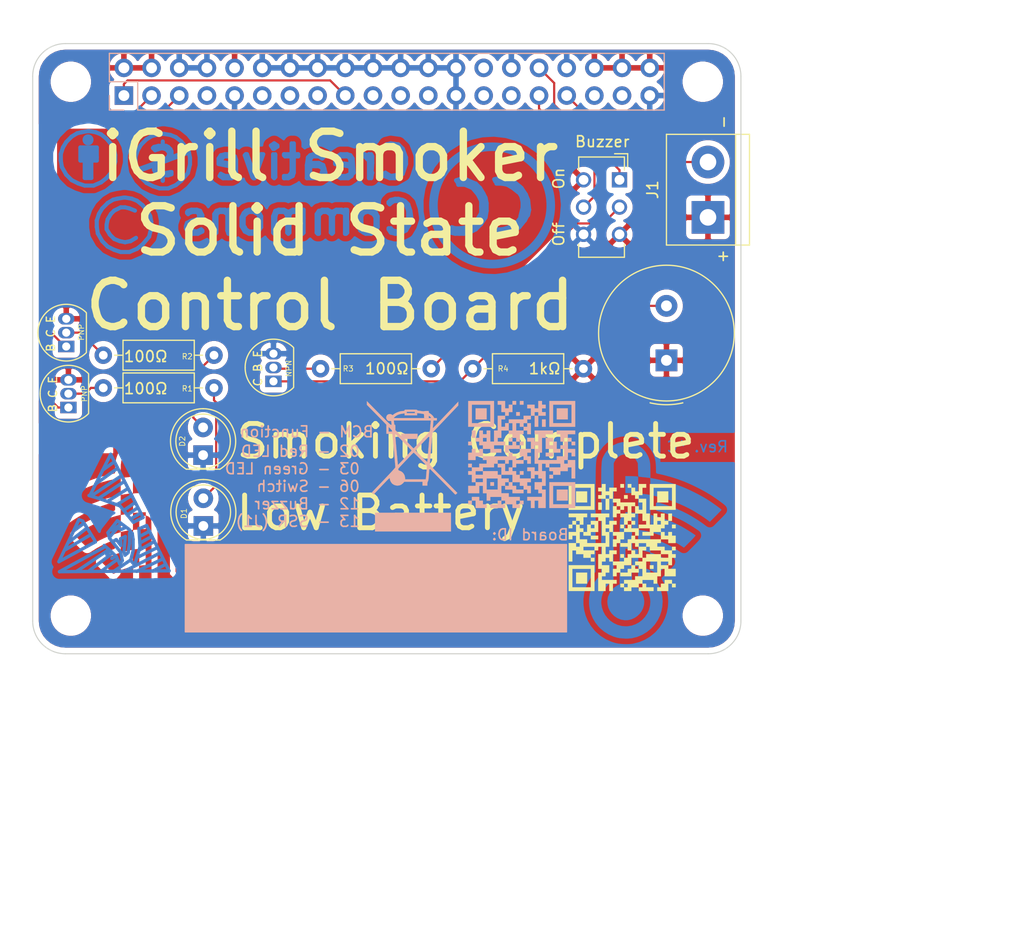
<source format=kicad_pcb>
(kicad_pcb (version 20171130) (host pcbnew 5.1.2-f72e74a~84~ubuntu18.04.1)
  (title_block (title "iGrill Smoker SSR Control") (date 2019-07-03) (rev *C) (company "Redbud Farms") (comment 1 https://creativecommons.org/licenses/by-nc-sa/4.0/) (comment 2 "License: Creative Commons BY-NC-SA") (comment 3 https://git.kins.dev/igrill-smoker/) (comment 4 "Author: Scott Atkins (Scott@kins.dev)"))
  (layers (0 F.Cu signal) (31 B.Cu signal) (34 B.Paste user hide) (35 F.Paste user) (36 B.SilkS user) (37 F.SilkS user) (38 B.Mask user) (39 F.Mask user) (44 Edge.Cuts user))
  (net 0 "")
  (net 1 +3V3)
  (net 2 +5V)
  (net 3 GND)
  (net 4 /ID_SD)
  (net 5 /ID_SC)
  (net 6 /GPIO5)
  (net 7 /GPIO6)
  (net 8 /GPIO26)
  (net 9 "/GPIO2(SDA1)")
  (net 10 "/GPIO3(SCL1)")
  (net 11 "/GPIO4(GCLK)")
  (net 12 "/GPIO17(GEN0)")
  (net 13 "/GPIO27(GEN2)")
  (net 14 "/GPIO22(GEN3)")
  (net 15 "/GPIO10(SPI0_MOSI)")
  (net 16 "/GPIO9(SPI0_MISO)")
  (net 17 "/GPIO11(SPI0_SCK)")
  (net 18 "/GPIO12(PWM0)")
  (net 19 "/GPIO13(PWM1)")
  (net 20 "/GPIO19(SPI1_MISO)")
  (net 21 "Net-(BZ1-Pad2)")
  (net 22 "Net-(Q1-Pad2)")
  (net 23 "Net-(R3-Pad2)")
  (net 24 "Net-(D1-Pad2)")
  (net 25 "Net-(D2-Pad2)")
  (net 26 "Net-(Q2-Pad2)")
  (net 27 "Net-(Q3-Pad2)")
  (module Package_TO_SOT_THT:TO-92_Inline (layer F.Cu) (at 20.4 51.2 90)
    (fp_text reference Q2 hide)
    (fp_text value Q_PNP_BCE)
    (pad 1 thru_hole rect (at 0 0 90) (size 1.05 1.5) (drill 0.75) (layers *.Cu *.Mask) (net 9 "/GPIO2(SDA1)"))
    (pad 3 thru_hole oval (at 2.54 0 90) (size 1.05 1.5) (drill 0.75) (layers *.Cu *.Mask) (net 2 +5V))
    (pad 2 thru_hole oval (at 1.27 0 90) (size 1.05 1.5) (drill 0.75) (layers *.Cu *.Mask) (net 26 "Net-(Q2-Pad2)"))
  )
  (module Package_TO_SOT_THT:TO-92_Inline (layer F.Cu) (at 20.2 45.6 90)
    (fp_text reference Q3 hide)
    (fp_text value Q_PNP_BCE)
    (pad 1 thru_hole rect (at 0 0 90) (size 1.05 1.5) (drill 0.75) (layers *.Cu *.Mask) (net 10 "/GPIO3(SCL1)"))
    (pad 3 thru_hole oval (at 2.54 0 90) (size 1.05 1.5) (drill 0.75) (layers *.Cu *.Mask) (net 2 +5V))
    (pad 2 thru_hole oval (at 1.27 0 90) (size 1.05 1.5) (drill 0.75) (layers *.Cu *.Mask) (net 27 "Net-(Q3-Pad2)"))
  )
  (module iGrillRPiSSRCtl-rev-sC:qr-code-12x12 (layer B.Cu) (at 62 55.512 180)
    (fp_text reference G*** hide)
    (fp_text value LOGO hide)
  )
  (module iGrillRPiSSRCtl-rev-sC:qr-code-12x12 (layer F.Cu) (at 71.222 63.132)
    (fp_text reference G*** hide)
    (fp_text value LOGO hide)
  )
  (module Symbol:Symbol_ESD-Logo_CopperTop (layer B.Cu) (at 24.486 62.878 180)
    (fp_text reference REF** hide)
    (fp_text value Symbol_ESD-Logo_CopperTop)
    (fp_line (start 2.77876 1.2573) (end 3.10896 1.38938) (layer B.Cu) (width 0.3048))
    (fp_line (start 2.49936 0.82804) (end 2.77876 1.2573) (layer B.Cu) (width 0.3048))
    (fp_line (start 2.16916 0.28956) (end 2.49936 0.82804) (layer B.Cu) (width 0.3048))
    (fp_line (start 1.65862 -0.54102) (end 2.16916 0.28956) (layer B.Cu) (width 0.3048))
    (fp_line (start 0.1905 -1.5113) (end 0.8001 -0.98044) (layer B.Cu) (width 0.3048))
    (fp_line (start -0.32004 -2.02184) (end 0.1905 -1.5113) (layer B.Cu) (width 0.3048))
    (fp_line (start -0.62992 -2.68224) (end -0.32004 -2.02184) (layer B.Cu) (width 0.3048))
    (fp_line (start -0.86106 -2.37236) (end -0.62992 -2.68224) (layer B.Cu) (width 0.3048))
    (fp_line (start -0.70104 -1.59258) (end -0.86106 -2.37236) (layer B.Cu) (width 0.3048))
    (fp_line (start 0.30988 -0.32258) (end -0.70104 -1.59258) (layer B.Cu) (width 0.3048))
    (fp_line (start 0.45974 0.18796) (end 0.30988 -0.32258) (layer B.Cu) (width 0.3048))
    (fp_line (start -0.40132 1.27762) (end 0.45974 0.18796) (layer B.Cu) (width 0.3048))
    (fp_line (start -0.62992 1.12776) (end -0.40132 1.27762) (layer B.Cu) (width 0.3048))
    (fp_line (start -1.47066 0.49784) (end -0.62992 1.12776) (layer B.Cu) (width 0.3048))
    (fp_line (start -1.71958 0.16764) (end -1.47066 0.49784) (layer B.Cu) (width 0.3048))
    (fp_line (start -1.77038 0.11938) (end -1.71958 0.16764) (layer B.Cu) (width 0.3048))
    (fp_line (start -1.84912 -0.42164) (end -1.77038 0.11938) (layer B.Cu) (width 0.3048))
    (fp_line (start -1.84912 -1.48082) (end -1.84912 -0.42164) (layer B.Cu) (width 0.3048))
    (fp_line (start -1.62052 -2.35204) (end -1.84912 -1.48082) (layer B.Cu) (width 0.3048))
    (fp_line (start -1.99136 -2.77114) (end -1.62052 -2.35204) (layer B.Cu) (width 0.3048))
    (fp_line (start -2.4892 -1.10236) (end -1.99136 -2.77114) (layer B.Cu) (width 0.3048))
    (fp_line (start -2.37998 0.57912) (end -2.4892 -1.10236) (layer B.Cu) (width 0.3048))
    (fp_line (start -0.65024 2.64922) (end -1.8796 1.13792) (layer B.Cu) (width 0.3048))
    (fp_line (start 1.24968 3.31724) (end -0.65024 2.64922) (layer B.Cu) (width 0.3048))
    (fp_line (start 2.19964 3.59918) (end 1.24968 3.31724) (layer B.Cu) (width 0.3048))
    (fp_line (start 0.30988 -1.4605) (end 0.56896 -1.81102) (layer B.Cu) (width 0.3048))
    (fp_line (start 0.07874 -2.1717) (end 0.10922 -2.1717) (layer B.Cu) (width 0.3048))
    (fp_line (start -0.22098 -1.99136) (end 0.07874 -2.1717) (layer B.Cu) (width 0.3048))
    (fp_line (start 1.61036 -0.65278) (end 1.67894 -0.6223) (layer B.Cu) (width 0.3048))
    (fp_line (start 4.96062 -2.47142) (end 1.61036 -0.65278) (layer B.Cu) (width 0.3048))
    (fp_line (start 3.15976 1.3081) (end 4.96062 -2.47142) (layer B.Cu) (width 0.3048))
    (fp_line (start -1.89992 1.15824) (end -1.86944 1.15824) (layer B.Cu) (width 0.3048))
    (fp_line (start -2.76098 1.5875) (end -1.89992 1.15824) (layer B.Cu) (width 0.3048))
    (fp_line (start 0.21082 7.3787) (end -2.76098 1.5875) (layer B.Cu) (width 0.3048))
    (fp_line (start 2.09042 3.64744) (end 0.21082 7.3787) (layer B.Cu) (width 0.3048))
    (fp_line (start 4.90982 -3.3909) (end 0.86868 -1.1811) (layer B.Cu) (width 0.3048))
    (fp_line (start -5.15112 -3.31216) (end 4.90982 -3.3909) (layer B.Cu) (width 0.3048))
    (fp_line (start -3.09118 0.84836) (end -5.15112 -3.31216) (layer B.Cu) (width 0.3048))
    (fp_line (start -2.46126 0.56896) (end -3.09118 0.84836) (layer B.Cu) (width 0.3048))
    (fp_line (start -0.29972 -0.44196) (end -0.07112 -0.5715) (layer B.Cu) (width 0.3048))
    (fp_line (start -0.72898 -0.98044) (end -0.29972 -0.44196) (layer B.Cu) (width 0.3048))
    (fp_line (start -0.70104 -0.37084) (end -0.72898 -0.98044) (layer B.Cu) (width 0.3048))
    (fp_line (start -1.14046 -0.16256) (end -0.70104 -0.37084) (layer B.Cu) (width 0.3048))
    (fp_line (start -1.01092 -1.5621) (end -1.14046 -0.16256) (layer B.Cu) (width 0.3048))
    (fp_line (start -1.10998 -1.87198) (end -1.01092 -1.5621) (layer B.Cu) (width 0.3048))
    (fp_line (start -1.38938 -1.64084) (end -1.10998 -1.87198) (layer B.Cu) (width 0.3048))
    (fp_line (start -1.51892 -0.80264) (end -1.38938 -1.64084) (layer B.Cu) (width 0.3048))
    (fp_line (start -1.51892 0.1397) (end -1.51892 -0.80264) (layer B.Cu) (width 0.3048))
    (fp_line (start 0.06096 0.0889) (end 0.23876 -0.14224) (layer B.Cu) (width 0.3048))
    (fp_line (start -0.4191 0.61722) (end 0.06096 0.0889) (layer B.Cu) (width 0.3048))
    (fp_line (start -0.77978 0.49784) (end -0.4191 0.61722) (layer B.Cu) (width 0.3048))
    (fp_line (start -1.10998 0.6477) (end -0.77978 0.49784) (layer B.Cu) (width 0.3048))
    (fp_line (start -0.0889 6.6675) (end 0.94996 5.92836) (layer B.Cu) (width 0.3048))
    (fp_line (start -0.35052 6.0579) (end 1.57988 4.65836) (layer B.Cu) (width 0.3048))
    (fp_line (start -0.7493 5.3975) (end 1.85928 3.64744) (layer B.Cu) (width 0.3048))
    (fp_line (start -1.01092 4.86918) (end 1.19888 3.41884) (layer B.Cu) (width 0.3048))
    (fp_line (start -1.3589 4.2291) (end 0.45974 3.08864) (layer B.Cu) (width 0.3048))
    (fp_line (start -0.44958 2.80924) (end -0.4191 2.80924) (layer B.Cu) (width 0.3048))
    (fp_line (start -1.71958 3.59918) (end -0.44958 2.80924) (layer B.Cu) (width 0.3048))
    (fp_line (start -2.04978 2.9591) (end -1.03124 2.26822) (layer B.Cu) (width 0.3048))
    (fp_line (start -1.31064 1.81864) (end -1.31064 1.83896) (layer B.Cu) (width 0.3048))
    (fp_line (start -2.23012 2.44856) (end -1.31064 1.81864) (layer B.Cu) (width 0.3048))
    (fp_line (start -2.50952 1.9685) (end -1.6891 1.48844) (layer B.Cu) (width 0.3048))
    (fp_line (start 2.70002 1.0287) (end 3.54076 0.39878) (layer B.Cu) (width 0.3048))
    (fp_line (start 2.4511 0.56896) (end 4.09956 -0.72136) (layer B.Cu) (width 0.3048))
    (fp_line (start 2.1209 -0.04064) (end 4.37896 -1.38176) (layer B.Cu) (width 0.3048))
    (fp_line (start -3.37058 0.33782) (end -2.6289 -0.06096) (layer B.Cu) (width 0.3048))
    (fp_line (start -3.55092 -0.16256) (end -2.47904 -0.75184) (layer B.Cu) (width 0.3048))
    (fp_line (start -3.74904 -0.65278) (end -2.46126 -1.38176) (layer B.Cu) (width 0.3048))
    (fp_line (start -2.41046 -1.99136) (end -2.37998 -1.99136) (layer B.Cu) (width 0.3048))
    (fp_line (start -4.03098 -1.20142) (end -2.41046 -1.99136) (layer B.Cu) (width 0.3048))
    (fp_line (start -4.34086 -1.66116) (end -1.14046 -3.31216) (layer B.Cu) (width 0.3048))
    (fp_line (start -4.5593 -2.2225) (end -2.17932 -3.36042) (layer B.Cu) (width 0.3048))
    (fp_line (start -4.77012 -2.75082) (end -3.64998 -3.34264) (layer B.Cu) (width 0.3048))
    (fp_line (start -1.53924 -2.37236) (end -0.02032 -3.3909) (layer B.Cu) (width 0.3048))
    (fp_line (start 1.02108 -3.31216) (end 1.04902 -3.31216) (layer B.Cu) (width 0.3048))
    (fp_line (start -0.35052 -2.30124) (end 1.02108 -3.31216) (layer B.Cu) (width 0.3048))
    (fp_line (start 0.23876 -1.8415) (end 2.16916 -3.29184) (layer B.Cu) (width 0.3048))
    (fp_line (start 3.25882 -3.31216) (end 3.27914 -3.31216) (layer B.Cu) (width 0.3048))
    (fp_line (start 0.5207 -1.4605) (end 3.25882 -3.31216) (layer B.Cu) (width 0.3048))
    (fp_line (start -0.65024 0.92964) (end 0.06096 0.4191) (layer B.Cu) (width 0.3048))
  )
  (module Symbol:WEEE-Logo_8.4x12mm_SilkScreen (layer B.Cu) (at 52 56.6 180)
    (fp_text reference REF** hide)
    (fp_text value WEEE-Logo_8.4x12mm_SilkScreen hide)
  )
  (module Symbol:Symbol_CC-ShareAlike_CopperTop_Small (layer B.Cu) (at 25.502 34.43 180)
    (fp_text reference REF** hide)
    (fp_text value Symbol_CC-ShareAlike_CopperTop_Small)
    (fp_line (start 0.59944 2.4003) (end 0 2.49936) (layer B.Cu) (width 0.381))
    (fp_line (start 1.00076 2.30124) (end 0.59944 2.4003) (layer B.Cu) (width 0.381))
    (fp_line (start 1.50114 1.99898) (end 1.00076 2.30124) (layer B.Cu) (width 0.381))
    (fp_line (start 1.99898 1.50114) (end 1.50114 1.99898) (layer B.Cu) (width 0.381))
    (fp_line (start 2.30124 1.00076) (end 1.99898 1.50114) (layer B.Cu) (width 0.381))
    (fp_line (start 2.49936 0.39878) (end 2.30124 1.00076) (layer B.Cu) (width 0.381))
    (fp_line (start 2.49936 -0.20066) (end 2.49936 0.39878) (layer B.Cu) (width 0.381))
    (fp_line (start 2.4003 -0.8001) (end 2.49936 -0.20066) (layer B.Cu) (width 0.381))
    (fp_line (start 1.99898 -1.50114) (end 2.4003 -0.8001) (layer B.Cu) (width 0.381))
    (fp_line (start 1.50114 -1.99898) (end 1.99898 -1.50114) (layer B.Cu) (width 0.381))
    (fp_line (start 0.89916 -2.30124) (end 1.50114 -1.99898) (layer B.Cu) (width 0.381))
    (fp_line (start 0.29972 -2.49936) (end 0.89916 -2.30124) (layer B.Cu) (width 0.381))
    (fp_line (start -0.50038 -2.49936) (end 0.29972 -2.49936) (layer B.Cu) (width 0.381))
    (fp_line (start -1.19888 -2.19964) (end -0.50038 -2.49936) (layer B.Cu) (width 0.381))
    (fp_line (start -1.69926 -1.80086) (end -1.19888 -2.19964) (layer B.Cu) (width 0.381))
    (fp_line (start -2.30124 -1.09982) (end -1.69926 -1.80086) (layer B.Cu) (width 0.381))
    (fp_line (start -2.49936 -0.29972) (end -2.30124 -1.09982) (layer B.Cu) (width 0.381))
    (fp_line (start -2.49936 0.29972) (end -2.49936 -0.29972) (layer B.Cu) (width 0.381))
    (fp_line (start -2.4003 0.8001) (end -2.49936 0.29972) (layer B.Cu) (width 0.381))
    (fp_line (start -2.19964 1.19888) (end -2.4003 0.8001) (layer B.Cu) (width 0.381))
    (fp_line (start -1.69926 1.80086) (end -2.19964 1.19888) (layer B.Cu) (width 0.381))
    (fp_line (start -1.19888 2.19964) (end -1.69926 1.80086) (layer B.Cu) (width 0.381))
    (fp_line (start -0.70104 2.4003) (end -1.19888 2.19964) (layer B.Cu) (width 0.381))
    (fp_line (start -0.09906 2.49936) (end -0.70104 2.4003) (layer B.Cu) (width 0.381))
    (fp_line (start 0 2.49936) (end -0.09906 2.49936) (layer B.Cu) (width 0.381))
    (fp_line (start -0.50038 1.50114) (end -1.00076 1.30048) (layer B.Cu) (width 0.381))
    (fp_line (start -0.09906 1.6002) (end -0.50038 1.50114) (layer B.Cu) (width 0.381))
    (fp_line (start 0.29972 1.6002) (end -0.09906 1.6002) (layer B.Cu) (width 0.381))
    (fp_line (start 0.89916 1.30048) (end 0.29972 1.6002) (layer B.Cu) (width 0.381))
    (fp_line (start 1.19888 1.00076) (end 0.89916 1.30048) (layer B.Cu) (width 0.381))
    (fp_line (start 1.50114 0.50038) (end 1.19888 1.00076) (layer B.Cu) (width 0.381))
    (fp_line (start 1.6002 0) (end 1.50114 0.50038) (layer B.Cu) (width 0.381))
    (fp_line (start 1.6002 -0.39878) (end 1.6002 0) (layer B.Cu) (width 0.381))
    (fp_line (start 1.30048 -0.89916) (end 1.6002 -0.39878) (layer B.Cu) (width 0.381))
    (fp_line (start 0.89916 -1.30048) (end 1.30048 -0.89916) (layer B.Cu) (width 0.381))
    (fp_line (start 0.39878 -1.50114) (end 0.89916 -1.30048) (layer B.Cu) (width 0.381))
    (fp_line (start -0.09906 -1.6002) (end 0.39878 -1.50114) (layer B.Cu) (width 0.381))
    (fp_line (start -0.59944 -1.50114) (end -0.09906 -1.6002) (layer B.Cu) (width 0.381))
    (fp_line (start -1.09982 -1.19888) (end -0.59944 -1.50114) (layer B.Cu) (width 0.381))
  )
  (module Symbol:Symbol_CC-Attribution_CopperTop_Small (layer B.Cu) (at 22.2 28.334 180)
    (fp_text reference REF** hide)
    (fp_text value Symbol_CC-Attribution_CopperTop_Small)
    (fp_line (start 0.59944 2.4003) (end 0 2.49936) (layer B.Cu) (width 0.381))
    (fp_line (start 1.00076 2.30124) (end 0.59944 2.4003) (layer B.Cu) (width 0.381))
    (fp_line (start 1.50114 1.99898) (end 1.00076 2.30124) (layer B.Cu) (width 0.381))
    (fp_line (start 1.99898 1.50114) (end 1.50114 1.99898) (layer B.Cu) (width 0.381))
    (fp_line (start 2.30124 1.00076) (end 1.99898 1.50114) (layer B.Cu) (width 0.381))
    (fp_line (start 2.49936 0.39878) (end 2.30124 1.00076) (layer B.Cu) (width 0.381))
    (fp_line (start 2.49936 -0.20066) (end 2.49936 0.39878) (layer B.Cu) (width 0.381))
    (fp_line (start 2.4003 -0.8001) (end 2.49936 -0.20066) (layer B.Cu) (width 0.381))
    (fp_line (start 1.99898 -1.50114) (end 2.4003 -0.8001) (layer B.Cu) (width 0.381))
    (fp_line (start 1.50114 -1.99898) (end 1.99898 -1.50114) (layer B.Cu) (width 0.381))
    (fp_line (start 0.89916 -2.30124) (end 1.50114 -1.99898) (layer B.Cu) (width 0.381))
    (fp_line (start 0.29972 -2.49936) (end 0.89916 -2.30124) (layer B.Cu) (width 0.381))
    (fp_line (start -0.50038 -2.49936) (end 0.29972 -2.49936) (layer B.Cu) (width 0.381))
    (fp_line (start -1.19888 -2.19964) (end -0.50038 -2.49936) (layer B.Cu) (width 0.381))
    (fp_line (start -1.69926 -1.80086) (end -1.19888 -2.19964) (layer B.Cu) (width 0.381))
    (fp_line (start -2.30124 -1.09982) (end -1.69926 -1.80086) (layer B.Cu) (width 0.381))
    (fp_line (start -2.49936 -0.29972) (end -2.30124 -1.09982) (layer B.Cu) (width 0.381))
    (fp_line (start -2.49936 0.29972) (end -2.49936 -0.29972) (layer B.Cu) (width 0.381))
    (fp_line (start -2.4003 0.8001) (end -2.49936 0.29972) (layer B.Cu) (width 0.381))
    (fp_line (start -2.19964 1.19888) (end -2.4003 0.8001) (layer B.Cu) (width 0.381))
    (fp_line (start -1.69926 1.80086) (end -2.19964 1.19888) (layer B.Cu) (width 0.381))
    (fp_line (start -1.19888 2.19964) (end -1.69926 1.80086) (layer B.Cu) (width 0.381))
    (fp_line (start -0.70104 2.4003) (end -1.19888 2.19964) (layer B.Cu) (width 0.381))
    (fp_line (start -0.09906 2.49936) (end -0.70104 2.4003) (layer B.Cu) (width 0.381))
    (fp_line (start 0 2.49936) (end -0.09906 2.49936) (layer B.Cu) (width 0.381))
    (fp_circle (center 0 1.69926) (end 0.09906 1.39954) (layer B.Cu) (width 0.381))
    (fp_line (start -0.8001 -0.20066) (end -0.8001 1.00076) (layer B.Cu) (width 0.381))
    (fp_line (start 0.70104 -0.20066) (end -0.8001 -0.20066) (layer B.Cu) (width 0.381))
    (fp_line (start 0.70104 1.00076) (end 0.70104 -0.20066) (layer B.Cu) (width 0.381))
    (fp_line (start -0.8001 1.00076) (end 0.70104 1.00076) (layer B.Cu) (width 0.381))
    (fp_line (start -0.29972 -1.80086) (end 0.20066 -1.80086) (layer B.Cu) (width 0.381))
    (fp_line (start -0.29972 -0.29972) (end -0.29972 -1.80086) (layer B.Cu) (width 0.381))
    (fp_line (start 0.29972 -1.80086) (end 0.29972 -0.20066) (layer B.Cu) (width 0.381))
    (fp_line (start 0.09906 -1.80086) (end 0.29972 -1.80086) (layer B.Cu) (width 0.381))
    (fp_line (start 0 -0.29972) (end 0 -1.6002) (layer B.Cu) (width 0.381))
    (fp_line (start -0.8001 0.09906) (end 0.50038 0.09906) (layer B.Cu) (width 0.381))
    (fp_line (start 0.50038 0.39878) (end -0.70104 0.39878) (layer B.Cu) (width 0.381))
    (fp_line (start -0.70104 0.70104) (end 0.59944 0.70104) (layer B.Cu) (width 0.381))
    (fp_line (start 0 1.89992) (end 0 1.50114) (layer B.Cu) (width 0.381))
  )
  (module Symbol:Symbol_CC-Noncommercial_CopperTop_Small (layer B.Cu) (at 29.058 28.588 180)
    (fp_text reference REF** hide)
    (fp_text value Symbol_CC-Noncommercial_CopperTop_Small)
    (fp_line (start 0.59944 2.4003) (end 0 2.49936) (layer B.Cu) (width 0.381))
    (fp_line (start 1.00076 2.30124) (end 0.59944 2.4003) (layer B.Cu) (width 0.381))
    (fp_line (start 1.50114 1.99898) (end 1.00076 2.30124) (layer B.Cu) (width 0.381))
    (fp_line (start 1.99898 1.50114) (end 1.50114 1.99898) (layer B.Cu) (width 0.381))
    (fp_line (start 2.30124 1.00076) (end 1.99898 1.50114) (layer B.Cu) (width 0.381))
    (fp_line (start 2.49936 0.39878) (end 2.30124 1.00076) (layer B.Cu) (width 0.381))
    (fp_line (start 2.49936 -0.20066) (end 2.49936 0.39878) (layer B.Cu) (width 0.381))
    (fp_line (start 2.4003 -0.8001) (end 2.49936 -0.20066) (layer B.Cu) (width 0.381))
    (fp_line (start 1.99898 -1.50114) (end 2.4003 -0.8001) (layer B.Cu) (width 0.381))
    (fp_line (start 1.50114 -1.99898) (end 1.99898 -1.50114) (layer B.Cu) (width 0.381))
    (fp_line (start 0.89916 -2.30124) (end 1.50114 -1.99898) (layer B.Cu) (width 0.381))
    (fp_line (start 0.29972 -2.49936) (end 0.89916 -2.30124) (layer B.Cu) (width 0.381))
    (fp_line (start -0.50038 -2.49936) (end 0.29972 -2.49936) (layer B.Cu) (width 0.381))
    (fp_line (start -1.19888 -2.19964) (end -0.50038 -2.49936) (layer B.Cu) (width 0.381))
    (fp_line (start -1.69926 -1.80086) (end -1.19888 -2.19964) (layer B.Cu) (width 0.381))
    (fp_line (start -2.30124 -1.09982) (end -1.69926 -1.80086) (layer B.Cu) (width 0.381))
    (fp_line (start -2.49936 -0.29972) (end -2.30124 -1.09982) (layer B.Cu) (width 0.381))
    (fp_line (start -2.49936 0.29972) (end -2.49936 -0.29972) (layer B.Cu) (width 0.381))
    (fp_line (start -2.4003 0.8001) (end -2.49936 0.29972) (layer B.Cu) (width 0.381))
    (fp_line (start -2.19964 1.19888) (end -2.4003 0.8001) (layer B.Cu) (width 0.381))
    (fp_line (start -1.69926 1.80086) (end -2.19964 1.19888) (layer B.Cu) (width 0.381))
    (fp_line (start -1.19888 2.19964) (end -1.69926 1.80086) (layer B.Cu) (width 0.381))
    (fp_line (start -0.70104 2.4003) (end -1.19888 2.19964) (layer B.Cu) (width 0.381))
    (fp_line (start -0.09906 2.49936) (end -0.70104 2.4003) (layer B.Cu) (width 0.381))
    (fp_line (start 0 2.49936) (end -0.09906 2.49936) (layer B.Cu) (width 0.381))
    (fp_line (start 0.70104 1.00076) (end 0.89916 1.19888) (layer B.Cu) (width 0.381))
    (fp_line (start 0.39878 1.09982) (end 0.70104 1.00076) (layer B.Cu) (width 0.381))
    (fp_line (start 0.09906 1.19888) (end 0.39878 1.09982) (layer B.Cu) (width 0.381))
    (fp_line (start -0.29972 1.09982) (end 0.09906 1.19888) (layer B.Cu) (width 0.381))
    (fp_line (start -0.50038 0.89916) (end -0.29972 1.09982) (layer B.Cu) (width 0.381))
    (fp_line (start -0.59944 0.70104) (end -0.50038 0.89916) (layer B.Cu) (width 0.381))
    (fp_line (start -0.50038 0.39878) (end -0.59944 0.70104) (layer B.Cu) (width 0.381))
    (fp_line (start -0.29972 0.20066) (end -0.50038 0.39878) (layer B.Cu) (width 0.381))
    (fp_line (start 0.29972 0.09906) (end -0.29972 0.20066) (layer B.Cu) (width 0.381))
    (fp_line (start 0.70104 -0.20066) (end 0.29972 0.09906) (layer B.Cu) (width 0.381))
    (fp_line (start 0.8001 -0.50038) (end 0.70104 -0.20066) (layer B.Cu) (width 0.381))
    (fp_line (start 0.8001 -0.8001) (end 0.8001 -0.50038) (layer B.Cu) (width 0.381))
    (fp_line (start 0.70104 -1.00076) (end 0.8001 -0.8001) (layer B.Cu) (width 0.381))
    (fp_line (start 0.50038 -1.19888) (end 0.70104 -1.00076) (layer B.Cu) (width 0.381))
    (fp_line (start 0.20066 -1.30048) (end 0.50038 -1.19888) (layer B.Cu) (width 0.381))
    (fp_line (start -0.50038 -1.30048) (end 0.20066 -1.30048) (layer B.Cu) (width 0.381))
    (fp_line (start -0.8001 -1.19888) (end -0.50038 -1.30048) (layer B.Cu) (width 0.381))
    (fp_line (start -0.8001 -1.00076) (end -0.8001 -1.19888) (layer B.Cu) (width 0.381))
    (fp_line (start -0.70104 -1.00076) (end -0.8001 -1.00076) (layer B.Cu) (width 0.381))
    (fp_line (start -0.20066 -1.09982) (end -0.70104 -1.00076) (layer B.Cu) (width 0.381))
    (fp_line (start 0.29972 -1.00076) (end -0.20066 -1.09982) (layer B.Cu) (width 0.381))
    (fp_line (start 0.59944 -0.8001) (end 0.29972 -1.00076) (layer B.Cu) (width 0.381))
    (fp_line (start 0.59944 -0.39878) (end 0.59944 -0.8001) (layer B.Cu) (width 0.381))
    (fp_line (start 0.29972 -0.20066) (end 0.59944 -0.39878) (layer B.Cu) (width 0.381))
    (fp_line (start -0.50038 0.09906) (end 0.29972 -0.20066) (layer B.Cu) (width 0.381))
    (fp_line (start -0.70104 0.29972) (end -0.50038 0.09906) (layer B.Cu) (width 0.381))
    (fp_line (start -0.8001 0.59944) (end -0.70104 0.29972) (layer B.Cu) (width 0.381))
    (fp_line (start -0.8001 0.89916) (end -0.8001 0.59944) (layer B.Cu) (width 0.381))
    (fp_line (start -0.70104 1.09982) (end -0.8001 0.89916) (layer B.Cu) (width 0.381))
    (fp_line (start -0.50038 1.30048) (end -0.70104 1.09982) (layer B.Cu) (width 0.381))
    (fp_line (start -0.29972 1.39954) (end -0.50038 1.30048) (layer B.Cu) (width 0.381))
    (fp_line (start 0.39878 1.39954) (end -0.29972 1.39954) (layer B.Cu) (width 0.381))
    (fp_line (start 0.8001 1.30048) (end 0.39878 1.39954) (layer B.Cu) (width 0.381))
    (fp_line (start 0.89916 1.19888) (end 0.8001 1.30048) (layer B.Cu) (width 0.381))
    (fp_line (start -2.30124 0.89916) (end 2.4003 -0.8001) (layer B.Cu) (width 0.381))
    (fp_line (start -2.4003 0.8001) (end 2.19964 -0.89916) (layer B.Cu) (width 0.381))
    (fp_line (start 0 1.50114) (end 0 1.80086) (layer B.Cu) (width 0.381))
    (fp_line (start 0 -1.80086) (end 0 -1.69926) (layer B.Cu) (width 0.381))
    (fp_line (start 0 -1.30048) (end 0 -1.80086) (layer B.Cu) (width 0.381))
  )
  (module Symbol:Symbol_CreativeCommons_CopperTop_Type1_Big (layer B.Cu) (at 59.284 32.652 180)
    (fp_text reference REF**)
    (fp_text value Symbol_CreativeCommons_CopperTop_Type1_Big)
    (fp_circle (center 0 0) (end 5.588 0) (layer B.Cu) (width 0.381))
    (fp_circle (center 0 0) (end 5.08 -1.016) (layer B.Cu) (width 0.381))
    (fp_line (start -2.9972 -1.19888) (end -2.59842 -1.19888) (layer B.Cu) (width 0.381))
    (fp_line (start -1.19634 -2.59842) (end -0.69596 -2.70002) (layer B.Cu) (width 0.381))
    (fp_line (start -1.89738 -2.4003) (end -1.19634 -2.59842) (layer B.Cu) (width 0.381))
    (fp_line (start -2.49682 -1.99898) (end -1.89738 -2.4003) (layer B.Cu) (width 0.381))
    (fp_line (start -2.89814 -1.4986) (end -2.49682 -1.99898) (layer B.Cu) (width 0.381))
    (fp_line (start -3.29946 -0.8001) (end -2.99974 -1.39954) (layer B.Cu) (width 0.381))
    (fp_line (start -3.29946 -0.40132) (end -3.2004 -1.00076) (layer B.Cu) (width 0.381))
    (fp_line (start -3.29946 0.29972) (end -3.29946 -0.40132) (layer B.Cu) (width 0.381))
    (fp_line (start -3.0988 0.89916) (end -3.29946 0.29972) (layer B.Cu) (width 0.381))
    (fp_line (start -2.59842 1.6002) (end -3.0988 0.89916) (layer B.Cu) (width 0.381))
    (fp_line (start -2.10058 2.09804) (end -2.59842 1.69926) (layer B.Cu) (width 0.381))
    (fp_line (start -1.4986 2.39776) (end -2.10058 2.09804) (layer B.Cu) (width 0.381))
    (fp_line (start -1.00076 2.49936) (end -1.4986 2.39776) (layer B.Cu) (width 0.381))
    (fp_line (start -0.59944 2.49936) (end -1.00076 2.49936) (layer B.Cu) (width 0.381))
    (fp_line (start -0.20066 2.39776) (end -0.59944 2.49936) (layer B.Cu) (width 0.381))
    (fp_line (start -0.29972 2.19964) (end -0.20066 2.39776) (layer B.Cu) (width 0.381))
    (fp_line (start -0.6985 2.19964) (end -0.29972 2.19964) (layer B.Cu) (width 0.381))
    (fp_line (start -1.19888 2.19964) (end -0.6985 2.19964) (layer B.Cu) (width 0.381))
    (fp_line (start -1.69926 1.99898) (end -1.19888 2.19964) (layer B.Cu) (width 0.381))
    (fp_line (start -2.19964 1.69926) (end -1.69926 1.99898) (layer B.Cu) (width 0.381))
    (fp_line (start -2.70002 1.09982) (end -2.19964 1.6002) (layer B.Cu) (width 0.381))
    (fp_line (start -2.99974 0.8001) (end -2.70002 1.30048) (layer B.Cu) (width 0.381))
    (fp_line (start -3.0988 0) (end -2.99974 0.59944) (layer B.Cu) (width 0.381))
    (fp_line (start -2.99974 -0.70104) (end -3.0988 0) (layer B.Cu) (width 0.381))
    (fp_line (start -2.79908 -1.39954) (end -2.99974 -0.70104) (layer B.Cu) (width 0.381))
    (fp_line (start -2.29616 -1.79832) (end -2.79654 -1.29794) (layer B.Cu) (width 0.381))
    (fp_line (start -1.59766 -2.2987) (end -2.29616 -1.79832) (layer B.Cu) (width 0.381))
    (fp_line (start -0.89662 -2.49936) (end -1.59766 -2.2987) (layer B.Cu) (width 0.381))
    (fp_line (start -0.29718 -2.4003) (end -0.89662 -2.49936) (layer B.Cu) (width 0.381))
    (fp_line (start -0.19812 -2.09804) (end -0.29718 -2.4003) (layer B.Cu) (width 0.381))
    (fp_line (start -0.49784 -2.19964) (end -0.19812 -2.09804) (layer B.Cu) (width 0.381))
    (fp_line (start -0.89662 -2.19964) (end -0.49784 -2.19964) (layer B.Cu) (width 0.381))
    (fp_line (start -1.29794 -2.09804) (end -0.89662 -2.19964) (layer B.Cu) (width 0.381))
    (fp_line (start -1.79578 -1.89992) (end -1.29794 -2.09804) (layer B.Cu) (width 0.381))
    (fp_line (start -2.29616 -1.4986) (end -1.79578 -1.89992) (layer B.Cu) (width 0.381))
    (fp_line (start -2.69748 -1.00076) (end -2.39776 -1.39954) (layer B.Cu) (width 0.381))
    (fp_line (start -2.79908 -0.20066) (end -2.59842 -1.00076) (layer B.Cu) (width 0.381))
    (fp_line (start -2.79908 0.29972) (end -2.79908 -0.20066) (layer B.Cu) (width 0.381))
    (fp_line (start -2.70002 0.8001) (end -2.79908 0.29972) (layer B.Cu) (width 0.381))
    (fp_line (start -2.4003 1.30048) (end -2.70002 0.8001) (layer B.Cu) (width 0.381))
    (fp_line (start -1.89992 1.59766) (end -2.4003 1.19888) (layer B.Cu) (width 0.381))
    (fp_line (start -1.39954 1.89738) (end -1.89992 1.59766) (layer B.Cu) (width 0.381))
    (fp_line (start -0.89916 1.99898) (end -1.39954 1.89738) (layer B.Cu) (width 0.381))
    (fp_line (start -0.39878 1.99898) (end -0.89916 1.99898) (layer B.Cu) (width 0.381))
    (fp_line (start 0.80264 1.09982) (end 0.60198 0.70104) (layer B.Cu) (width 0.381))
    (fp_line (start 1.10236 1.6002) (end 0.80264 1.09982) (layer B.Cu) (width 0.381))
    (fp_line (start 1.50114 2.00152) (end 1.10236 1.6002) (layer B.Cu) (width 0.381))
    (fp_line (start 2.00152 2.20218) (end 1.50114 2.00152) (layer B.Cu) (width 0.381))
    (fp_line (start 2.40284 2.4003) (end 2.00152 2.20218) (layer B.Cu) (width 0.381))
    (fp_line (start 3.00228 2.4003) (end 2.40284 2.4003) (layer B.Cu) (width 0.381))
    (fp_line (start 3.40106 -2.09804) (end 3.70078 -1.99898) (layer B.Cu) (width 0.381))
    (fp_line (start 2.90068 -2.09804) (end 3.40106 -2.09804) (layer B.Cu) (width 0.381))
    (fp_line (start 2.30124 -1.99898) (end 2.90068 -2.09804) (layer B.Cu) (width 0.381))
    (fp_line (start 1.7018 -1.69926) (end 2.30124 -1.99898) (layer B.Cu) (width 0.381))
    (fp_line (start 1.30048 -1.19888) (end 1.7018 -1.69926) (layer B.Cu) (width 0.381))
    (fp_line (start 1.00076 -0.6985) (end 1.30048 -1.19888) (layer B.Cu) (width 0.381))
    (fp_line (start 1.00076 -0.09906) (end 1.00076 -0.6985) (layer B.Cu) (width 0.381))
    (fp_line (start 1.00076 0.40132) (end 1.00076 -0.09906) (layer B.Cu) (width 0.381))
    (fp_line (start 1.30048 1.00076) (end 1.00076 0.40132) (layer B.Cu) (width 0.381))
    (fp_line (start 1.80086 1.6002) (end 1.30048 1.00076) (layer B.Cu) (width 0.381))
    (fp_line (start 2.5019 1.89992) (end 1.80086 1.6002) (layer B.Cu) (width 0.381))
    (fp_line (start 3.10134 1.89992) (end 2.5019 1.89992) (layer B.Cu) (width 0.381))
    (fp_line (start 3.00228 2.10058) (end 3.10134 1.89992) (layer B.Cu) (width 0.381))
    (fp_line (start 2.30124 2.10058) (end 3.00228 2.10058) (layer B.Cu) (width 0.381))
    (fp_line (start 1.60274 1.7018) (end 2.30124 2.10058) (layer B.Cu) (width 0.381))
    (fp_line (start 1.00076 1.00076) (end 1.60274 1.7018) (layer B.Cu) (width 0.381))
    (fp_line (start 0.70104 0.29972) (end 1.00076 1.00076) (layer B.Cu) (width 0.381))
    (fp_line (start 0.80264 -0.6985) (end 0.70104 0.29972) (layer B.Cu) (width 0.381))
    (fp_line (start 1.20142 -1.6002) (end 0.80264 -0.6985) (layer B.Cu) (width 0.381))
    (fp_line (start 1.80086 -2.09804) (end 1.20142 -1.6002) (layer B.Cu) (width 0.381))
    (fp_line (start 2.80162 -2.4003) (end 1.80086 -2.09804) (layer B.Cu) (width 0.381))
    (fp_line (start 3.70078 -2.2987) (end 2.80162 -2.4003) (layer B.Cu) (width 0.381))
    (fp_line (start 3.80238 -2.49936) (end 3.70078 -2.2987) (layer B.Cu) (width 0.381))
    (fp_line (start 3.40106 -2.59842) (end 3.80238 -2.49936) (layer B.Cu) (width 0.381))
    (fp_line (start 3.00228 -2.59842) (end 3.40106 -2.59842) (layer B.Cu) (width 0.381))
    (fp_line (start 2.60096 -2.59842) (end 3.00228 -2.59842) (layer B.Cu) (width 0.381))
    (fp_line (start 2.10058 -2.49936) (end 2.60096 -2.59842) (layer B.Cu) (width 0.381))
    (fp_line (start 1.50114 -2.19964) (end 2.10058 -2.49936) (layer B.Cu) (width 0.381))
    (fp_line (start 1.00076 -1.69926) (end 1.50114 -2.19964) (layer B.Cu) (width 0.381))
    (fp_line (start 0.60198 -1.09982) (end 1.00076 -1.69926) (layer B.Cu) (width 0.381))
    (fp_line (start 0.50292 -0.49784) (end 0.60198 -1.09982) (layer B.Cu) (width 0.381))
    (fp_line (start 0.50292 0.20066) (end 0.50292 -0.49784) (layer B.Cu) (width 0.381))
    (fp_line (start 0.60198 0.70104) (end 0.50292 0.20066) (layer B.Cu) (width 0.381))
    (fp_line (start 1.39954 5.19938) (end 0 5.30098) (layer B.Cu) (width 0.381))
    (fp_line (start 2.4003 4.8006) (end 1.39954 5.19938) (layer B.Cu) (width 0.381))
    (fp_line (start 3.40106 4.09956) (end 2.4003 4.8006) (layer B.Cu) (width 0.381))
    (fp_line (start 4.699 2.49936) (end 3.40106 4.09956) (layer B.Cu) (width 0.381))
    (fp_line (start 5.19938 1.39954) (end 4.699 2.49936) (layer B.Cu) (width 0.381))
    (fp_line (start 5.40004 -0.29972) (end 5.19938 1.39954) (layer B.Cu) (width 0.381))
    (fp_line (start 5.00126 -1.80086) (end 5.40004 -0.29972) (layer B.Cu) (width 0.381))
    (fp_line (start 4.20116 -3.40106) (end 5.00126 -1.80086) (layer B.Cu) (width 0.381))
    (fp_line (start 2.60096 -4.699) (end 4.20116 -3.40106) (layer B.Cu) (width 0.381))
    (fp_line (start 1.6002 -5.19938) (end 2.60096 -4.699) (layer B.Cu) (width 0.381))
    (fp_line (start 0.09906 -5.30098) (end 1.6002 -5.19938) (layer B.Cu) (width 0.381))
    (fp_line (start -1.30048 -5.30098) (end 0.09906 -5.30098) (layer B.Cu) (width 0.381))
    (fp_line (start -2.60096 -4.8006) (end -1.30048 -5.30098) (layer B.Cu) (width 0.381))
    (fp_line (start -3.79984 -3.8989) (end -2.60096 -4.8006) (layer B.Cu) (width 0.381))
    (fp_line (start -4.8006 -2.4003) (end -3.79984 -3.8989) (layer B.Cu) (width 0.381))
    (fp_line (start -5.19938 -1.30048) (end -4.8006 -2.4003) (layer B.Cu) (width 0.381))
    (fp_line (start -5.40004 -0.09906) (end -5.19938 -1.30048) (layer B.Cu) (width 0.381))
    (fp_line (start -5.30098 1.09982) (end -5.40004 -0.09906) (layer B.Cu) (width 0.381))
    (fp_line (start -5.00126 2.10058) (end -5.30098 1.09982) (layer B.Cu) (width 0.381))
    (fp_line (start -4.50088 2.99974) (end -5.00126 2.10058) (layer B.Cu) (width 0.381))
    (fp_line (start -4.0005 3.59918) (end -4.50088 2.99974) (layer B.Cu) (width 0.381))
    (fp_line (start -3.29946 4.20116) (end -4.0005 3.59918) (layer B.Cu) (width 0.381))
    (fp_line (start -2.70002 4.699) (end -3.29946 4.20116) (layer B.Cu) (width 0.381))
    (fp_line (start -1.99898 4.89966) (end -2.70002 4.699) (layer B.Cu) (width 0.381))
    (fp_line (start -1.30048 5.10032) (end -1.99898 4.89966) (layer B.Cu) (width 0.381))
    (fp_line (start -0.50038 5.40004) (end -1.30048 5.10032) (layer B.Cu) (width 0.381))
    (fp_line (start 0 5.40004) (end -0.50038 5.40004) (layer B.Cu) (width 0.381))
    (fp_line (start 3.29946 2.30124) (end 3.0988 1.99898) (layer B.Cu) (width 0.381))
    (fp_line (start 2.99974 2.4003) (end 3.29946 2.30124) (layer B.Cu) (width 0.381))
    (fp_line (start 3.70078 -2.10058) (end 3.79984 -2.4003) (layer B.Cu) (width 0.381))
    (fp_line (start -0.19812 -2.4003) (end -0.29718 -2.59842) (layer B.Cu) (width 0.381))
    (fp_line (start -3.40106 -0.39878) (end -3.29946 -0.89916) (layer B.Cu) (width 0.381))
    (fp_line (start -3.29946 0.50038) (end -3.40106 -0.39878) (layer B.Cu) (width 0.381))
    (fp_line (start -3.0988 1.00076) (end -3.29946 0.50038) (layer B.Cu) (width 0.381))
    (fp_line (start -2.70002 1.6002) (end -3.0988 1.00076) (layer B.Cu) (width 0.381))
    (fp_line (start -2.49936 1.69926) (end -2.70002 1.6002) (layer B.Cu) (width 0.381))
    (fp_line (start -0.29972 -2.60096) (end -0.20066 -2.10058) (layer B.Cu) (width 0.381))
    (fp_line (start -0.70104 -2.70002) (end -0.29972 -2.60096) (layer B.Cu) (width 0.381))
    (fp_line (start 9.79932 5.19938) (end 9.99998 5.19938) (layer B.Cu) (width 0.381))
    (fp_line (start 9.6012 5.40004) (end 9.79932 5.19938) (layer B.Cu) (width 0.381))
    (fp_line (start 8.99922 5.4991) (end 9.6012 5.40004) (layer B.Cu) (width 0.381))
    (fp_line (start 8.49884 5.30098) (end 8.99922 5.4991) (layer B.Cu) (width 0.381))
    (fp_line (start 8.19912 4.8006) (end 8.49884 5.30098) (layer B.Cu) (width 0.381))
    (fp_line (start 8.10006 4.0005) (end 8.19912 4.8006) (layer B.Cu) (width 0.381))
    (fp_line (start 8.30072 3.29946) (end 8.10006 4.0005) (layer B.Cu) (width 0.381))
    (fp_line (start 8.6995 2.79908) (end 8.30072 3.29946) (layer B.Cu) (width 0.381))
    (fp_line (start 9.29894 2.70002) (end 8.6995 2.79908) (layer B.Cu) (width 0.381))
    (fp_line (start 9.79932 2.99974) (end 9.29894 2.70002) (layer B.Cu) (width 0.381))
    (fp_line (start 9.99998 2.90068) (end 9.79932 2.99974) (layer B.Cu) (width 0.381))
    (fp_line (start 9.90092 2.70002) (end 9.99998 2.90068) (layer B.Cu) (width 0.381))
    (fp_line (start 9.40054 2.49936) (end 9.90092 2.70002) (layer B.Cu) (width 0.381))
    (fp_line (start 8.90016 2.49936) (end 9.40054 2.49936) (layer B.Cu) (width 0.381))
    (fp_line (start 8.19912 2.90068) (end 8.90016 2.49936) (layer B.Cu) (width 0.381))
    (fp_line (start 7.8994 3.79984) (end 8.19912 2.90068) (layer B.Cu) (width 0.381))
    (fp_line (start 7.8994 4.39928) (end 7.8994 3.79984) (layer B.Cu) (width 0.381))
    (fp_line (start 8.19912 5.19938) (end 7.8994 4.39928) (layer B.Cu) (width 0.381))
    (fp_line (start 8.60044 5.6007) (end 8.19912 5.19938) (layer B.Cu) (width 0.381))
    (fp_line (start 9.29894 5.69976) (end 8.60044 5.6007) (layer B.Cu) (width 0.381))
    (fp_line (start 9.70026 5.6007) (end 9.29894 5.69976) (layer B.Cu) (width 0.381))
    (fp_line (start 9.90092 5.30098) (end 9.70026 5.6007) (layer B.Cu) (width 0.381))
    (fp_line (start 11.50112 4.30022) (end 11.30046 4.09956) (layer B.Cu) (width 0.381))
    (fp_line (start 11.69924 4.50088) (end 11.50112 4.30022) (layer B.Cu) (width 0.381))
    (fp_line (start 12.10056 4.50088) (end 11.69924 4.50088) (layer B.Cu) (width 0.381))
    (fp_line (start 12.10056 4.699) (end 12.10056 4.50088) (layer B.Cu) (width 0.381))
    (fp_line (start 11.69924 4.699) (end 12.10056 4.699) (layer B.Cu) (width 0.381))
    (fp_line (start 11.30046 4.50088) (end 11.69924 4.699) (layer B.Cu) (width 0.381))
    (fp_line (start 11.30046 4.699) (end 11.30046 4.50088) (layer B.Cu) (width 0.381))
    (fp_line (start 11.30046 2.49936) (end 11.30046 4.699) (layer B.Cu) (width 0.381))
    (fp_line (start 11.00074 2.99974) (end 11.30046 2.49936) (layer B.Cu) (width 0.381))
    (fp_line (start 11.0998 2.49936) (end 11.00074 2.99974) (layer B.Cu) (width 0.381))
    (fp_line (start 11.00074 3.8989) (end 11.0998 2.49936) (layer B.Cu) (width 0.381))
    (fp_line (start 11.00074 4.50088) (end 11.00074 3.8989) (layer B.Cu) (width 0.381))
    (fp_line (start 11.0998 4.699) (end 11.00074 4.50088) (layer B.Cu) (width 0.381))
    (fp_line (start 14.3002 2.70002) (end 14.20114 2.79908) (layer B.Cu) (width 0.381))
    (fp_line (start 13.89888 2.49936) (end 14.3002 2.70002) (layer B.Cu) (width 0.381))
    (fp_line (start 13.20038 2.49936) (end 13.89888 2.49936) (layer B.Cu) (width 0.381))
    (fp_line (start 12.90066 2.70002) (end 13.20038 2.49936) (layer B.Cu) (width 0.381))
    (fp_line (start 12.99972 2.70002) (end 12.90066 2.70002) (layer B.Cu) (width 0.381))
    (fp_line (start 12.7 2.99974) (end 12.99972 2.70002) (layer B.Cu) (width 0.381))
    (fp_line (start 12.79906 4.30022) (end 12.7 2.99974) (layer B.Cu) (width 0.381))
    (fp_line (start 12.99972 4.59994) (end 12.79906 4.30022) (layer B.Cu) (width 0.381))
    (fp_line (start 13.29944 4.699) (end 12.99972 4.59994) (layer B.Cu) (width 0.381))
    (fp_line (start 13.89888 4.699) (end 13.29944 4.699) (layer B.Cu) (width 0.381))
    (fp_line (start 14.20114 4.50088) (end 13.89888 4.699) (layer B.Cu) (width 0.381))
    (fp_line (start 14.39926 4.20116) (end 14.20114 4.50088) (layer B.Cu) (width 0.381))
    (fp_line (start 14.39926 3.79984) (end 14.39926 4.20116) (layer B.Cu) (width 0.381))
    (fp_line (start 13.20038 3.59918) (end 14.39926 3.79984) (layer B.Cu) (width 0.381))
    (fp_line (start 13.20038 3.79984) (end 13.20038 3.59918) (layer B.Cu) (width 0.381))
    (fp_line (start 14.09954 3.8989) (end 13.20038 3.79984) (layer B.Cu) (width 0.381))
    (fp_line (start 14.20114 4.09956) (end 14.09954 3.8989) (layer B.Cu) (width 0.381))
    (fp_line (start 14.09954 4.30022) (end 14.20114 4.09956) (layer B.Cu) (width 0.381))
    (fp_line (start 13.89888 4.50088) (end 14.09954 4.30022) (layer B.Cu) (width 0.381))
    (fp_line (start 13.59916 4.50088) (end 13.89888 4.50088) (layer B.Cu) (width 0.381))
    (fp_line (start 13.29944 4.50088) (end 13.59916 4.50088) (layer B.Cu) (width 0.381))
    (fp_line (start 13.09878 4.39928) (end 13.29944 4.50088) (layer B.Cu) (width 0.381))
    (fp_line (start 12.99972 4.09956) (end 13.09878 4.39928) (layer B.Cu) (width 0.381))
    (fp_line (start 12.99972 3.40106) (end 12.99972 4.09956) (layer B.Cu) (width 0.381))
    (fp_line (start 12.99972 2.90068) (end 12.99972 3.40106) (layer B.Cu) (width 0.381))
    (fp_line (start 13.40104 2.70002) (end 12.99972 2.90068) (layer B.Cu) (width 0.381))
    (fp_line (start 13.89888 2.70002) (end 13.40104 2.70002) (layer B.Cu) (width 0.381))
    (fp_line (start 14.09954 2.90068) (end 13.89888 2.70002) (layer B.Cu) (width 0.381))
    (fp_line (start 15.60068 4.30022) (end 15.40002 4.50088) (layer B.Cu) (width 0.381))
    (fp_line (start 15.9004 4.50088) (end 15.60068 4.30022) (layer B.Cu) (width 0.381))
    (fp_line (start 16.49984 4.50088) (end 15.9004 4.50088) (layer B.Cu) (width 0.381))
    (fp_line (start 16.7005 4.20116) (end 16.49984 4.50088) (layer B.Cu) (width 0.381))
    (fp_line (start 16.7005 3.8989) (end 16.7005 4.20116) (layer B.Cu) (width 0.381))
    (fp_line (start 15.9004 3.8989) (end 16.7005 3.8989) (layer B.Cu) (width 0.381))
    (fp_line (start 15.49908 3.70078) (end 15.9004 3.8989) (layer B.Cu) (width 0.381))
    (fp_line (start 15.40002 3.40106) (end 15.49908 3.70078) (layer B.Cu) (width 0.381))
    (fp_line (start 15.30096 2.99974) (end 15.40002 3.40106) (layer B.Cu) (width 0.381))
    (fp_line (start 15.49908 2.70002) (end 15.30096 2.99974) (layer B.Cu) (width 0.381))
    (fp_line (start 15.7988 2.49936) (end 15.49908 2.70002) (layer B.Cu) (width 0.381))
    (fp_line (start 17.00022 2.49936) (end 15.7988 2.49936) (layer B.Cu) (width 0.381))
    (fp_line (start 17.00022 3.70078) (end 17.00022 2.49936) (layer B.Cu) (width 0.381))
    (fp_line (start 16.90116 4.39928) (end 17.00022 3.70078) (layer B.Cu) (width 0.381))
    (fp_line (start 16.7005 4.59994) (end 16.90116 4.39928) (layer B.Cu) (width 0.381))
    (fp_line (start 16.40078 4.699) (end 16.7005 4.59994) (layer B.Cu) (width 0.381))
    (fp_line (start 15.7988 4.699) (end 16.40078 4.699) (layer B.Cu) (width 0.381))
    (fp_line (start 15.40002 4.50088) (end 15.7988 4.699) (layer B.Cu) (width 0.381))
    (fp_line (start 15.9004 3.59918) (end 16.49984 3.59918) (layer B.Cu) (width 0.381))
    (fp_line (start 15.69974 3.50012) (end 15.9004 3.59918) (layer B.Cu) (width 0.381))
    (fp_line (start 15.49908 3.29946) (end 15.69974 3.50012) (layer B.Cu) (width 0.381))
    (fp_line (start 15.60068 3.0988) (end 15.49908 3.29946) (layer B.Cu) (width 0.381))
    (fp_line (start 15.69974 2.79908) (end 15.60068 3.0988) (layer B.Cu) (width 0.381))
    (fp_line (start 15.9004 2.70002) (end 15.69974 2.79908) (layer B.Cu) (width 0.381))
    (fp_line (start 16.7005 2.79908) (end 15.9004 2.70002) (layer B.Cu) (width 0.381))
    (fp_line (start 16.7005 3.59918) (end 16.7005 2.79908) (layer B.Cu) (width 0.381))
    (fp_line (start 18.39976 3.0988) (end 18.39976 5.69976) (layer B.Cu) (width 0.381))
    (fp_line (start 18.49882 2.90068) (end 18.39976 3.0988) (layer B.Cu) (width 0.381))
    (fp_line (start 18.69948 2.70002) (end 18.49882 2.90068) (layer B.Cu) (width 0.381))
    (fp_line (start 19.1008 2.70002) (end 18.69948 2.70002) (layer B.Cu) (width 0.381))
    (fp_line (start 19.1008 2.49936) (end 19.1008 2.70002) (layer B.Cu) (width 0.381))
    (fp_line (start 18.69948 2.49936) (end 19.1008 2.49936) (layer B.Cu) (width 0.381))
    (fp_line (start 18.3007 2.70002) (end 18.69948 2.49936) (layer B.Cu) (width 0.381))
    (fp_line (start 18.1991 2.99974) (end 18.3007 2.70002) (layer B.Cu) (width 0.381))
    (fp_line (start 18.1991 4.89966) (end 18.1991 2.99974) (layer B.Cu) (width 0.381))
    (fp_line (start 18.1991 5.69976) (end 18.1991 4.89966) (layer B.Cu) (width 0.381))
    (fp_line (start 19.1008 4.699) (end 18.49882 4.699) (layer B.Cu) (width 0.381))
    (fp_line (start 19.1008 4.59994) (end 19.1008 4.699) (layer B.Cu) (width 0.381))
    (fp_line (start 18.9992 4.50088) (end 19.1008 4.59994) (layer B.Cu) (width 0.381))
    (fp_line (start 17.80032 4.50088) (end 18.9992 4.50088) (layer B.Cu) (width 0.381))
    (fp_line (start 17.80032 4.699) (end 17.80032 4.50088) (layer B.Cu) (width 0.381))
    (fp_line (start 18.1991 4.699) (end 17.80032 4.699) (layer B.Cu) (width 0.381))
    (fp_line (start 19.70024 5.40004) (end 19.9009 5.40004) (layer B.Cu) (width 0.381))
    (fp_line (start 19.99996 5.19938) (end 19.70024 5.40004) (layer B.Cu) (width 0.381))
    (fp_line (start 20.09902 5.19938) (end 19.99996 5.19938) (layer B.Cu) (width 0.381))
    (fp_line (start 20.29968 5.4991) (end 20.09902 5.19938) (layer B.Cu) (width 0.381))
    (fp_line (start 19.99996 5.69976) (end 20.29968 5.4991) (layer B.Cu) (width 0.381))
    (fp_line (start 19.70024 5.4991) (end 19.99996 5.69976) (layer B.Cu) (width 0.381))
    (fp_line (start 20.09902 4.59994) (end 20.09902 4.699) (layer B.Cu) (width 0.381))
    (fp_line (start 20.09902 2.60096) (end 20.09902 4.59994) (layer B.Cu) (width 0.381))
    (fp_line (start 19.99996 2.49936) (end 20.09902 2.60096) (layer B.Cu) (width 0.381))
    (fp_line (start 19.9009 2.60096) (end 19.99996 2.49936) (layer B.Cu) (width 0.381))
    (fp_line (start 19.9009 4.59994) (end 19.9009 2.60096) (layer B.Cu) (width 0.381))
    (fp_line (start 19.9009 4.699) (end 19.9009 4.59994) (layer B.Cu) (width 0.381))
    (fp_line (start 21.19884 4.699) (end 21.09978 4.699) (layer B.Cu) (width 0.381))
    (fp_line (start 21.69922 3.40106) (end 21.19884 4.699) (layer B.Cu) (width 0.381))
    (fp_line (start 21.80082 3.29946) (end 21.69922 3.40106) (layer B.Cu) (width 0.381))
    (fp_line (start 21.89988 2.99974) (end 21.80082 3.29946) (layer B.Cu) (width 0.381))
    (fp_line (start 22.49932 4.699) (end 21.89988 2.99974) (layer B.Cu) (width 0.381))
    (fp_line (start 22.60092 4.699) (end 22.49932 4.699) (layer B.Cu) (width 0.381))
    (fp_line (start 22.69998 4.59994) (end 22.60092 4.699) (layer B.Cu) (width 0.381))
    (fp_line (start 21.99894 2.60096) (end 22.69998 4.59994) (layer B.Cu) (width 0.381))
    (fp_line (start 21.89988 2.49936) (end 21.99894 2.60096) (layer B.Cu) (width 0.381))
    (fp_line (start 21.80082 2.49936) (end 21.89988 2.49936) (layer B.Cu) (width 0.381))
    (fp_line (start 21.00072 4.699) (end 21.80082 2.49936) (layer B.Cu) (width 0.381))
    (fp_line (start 24.89962 4.0005) (end 23.89886 3.79984) (layer B.Cu) (width 0.381))
    (fp_line (start 24.80056 4.30022) (end 24.89962 4.0005) (layer B.Cu) (width 0.381))
    (fp_line (start 24.5999 4.50088) (end 24.80056 4.30022) (layer B.Cu) (width 0.381))
    (fp_line (start 24.09952 4.50088) (end 24.5999 4.50088) (layer B.Cu) (width 0.381))
    (fp_line (start 23.89886 4.39928) (end 24.09952 4.50088) (layer B.Cu) (width 0.381))
    (fp_line (start 23.70074 4.20116) (end 23.89886 4.39928) (layer B.Cu) (width 0.381))
    (fp_line (start 23.70074 3.8989) (end 23.70074 4.20116) (layer B.Cu) (width 0.381))
    (fp_line (start 23.59914 3.50012) (end 23.70074 3.8989) (layer B.Cu) (width 0.381))
    (fp_line (start 25.10028 3.79984) (end 23.59914 3.50012) (layer B.Cu) (width 0.381))
    (fp_line (start 25.10028 4.30022) (end 25.10028 3.79984) (layer B.Cu) (width 0.381))
    (fp_line (start 24.89962 4.59994) (end 25.10028 4.30022) (layer B.Cu) (width 0.381))
    (fp_line (start 24.50084 4.699) (end 24.89962 4.59994) (layer B.Cu) (width 0.381))
    (fp_line (start 24.00046 4.699) (end 24.50084 4.699) (layer B.Cu) (width 0.381))
    (fp_line (start 23.59914 4.50088) (end 24.00046 4.699) (layer B.Cu) (width 0.381))
    (fp_line (start 23.50008 4.20116) (end 23.59914 4.50088) (layer B.Cu) (width 0.381))
    (fp_line (start 23.50008 2.90068) (end 23.50008 4.20116) (layer B.Cu) (width 0.381))
    (fp_line (start 23.70074 2.60096) (end 23.50008 2.90068) (layer B.Cu) (width 0.381))
    (fp_line (start 23.89886 2.49936) (end 23.70074 2.60096) (layer B.Cu) (width 0.381))
    (fp_line (start 24.20112 2.49936) (end 23.89886 2.49936) (layer B.Cu) (width 0.381))
    (fp_line (start 24.69896 2.49936) (end 24.20112 2.49936) (layer B.Cu) (width 0.381))
    (fp_line (start 25.00122 2.70002) (end 24.69896 2.49936) (layer B.Cu) (width 0.381))
    (fp_line (start 24.89962 2.90068) (end 25.00122 2.70002) (layer B.Cu) (width 0.381))
    (fp_line (start 23.70074 2.99974) (end 23.70074 3.50012) (layer B.Cu) (width 0.381))
    (fp_line (start 23.89886 2.70002) (end 23.70074 2.99974) (layer B.Cu) (width 0.381))
    (fp_line (start 24.50084 2.70002) (end 23.89886 2.70002) (layer B.Cu) (width 0.381))
    (fp_line (start 24.89962 2.90068) (end 24.50084 2.70002) (layer B.Cu) (width 0.381))
    (fp_line (start 9.40054 0.09906) (end 9.4996 0.20066) (layer B.Cu) (width 0.381))
    (fp_line (start 9.29894 0.20066) (end 9.40054 0.09906) (layer B.Cu) (width 0.381))
    (fp_line (start 8.99922 0.39878) (end 9.29894 0.20066) (layer B.Cu) (width 0.381))
    (fp_line (start 8.60044 0.39878) (end 8.99922 0.39878) (layer B.Cu) (width 0.381))
    (fp_line (start 8.30072 0.29972) (end 8.60044 0.39878) (layer B.Cu) (width 0.381))
    (fp_line (start 7.8994 0) (end 8.30072 0.29972) (layer B.Cu) (width 0.381))
    (fp_line (start 7.69874 -0.50038) (end 7.8994 0) (layer B.Cu) (width 0.381))
    (fp_line (start 7.69874 -1.19888) (end 7.69874 -0.50038) (layer B.Cu) (width 0.381))
    (fp_line (start 7.80034 -1.69926) (end 7.69874 -1.19888) (layer B.Cu) (width 0.381))
    (fp_line (start 8.001 -1.99898) (end 7.80034 -1.69926) (layer B.Cu) (width 0.381))
    (fp_line (start 8.30072 -2.30124) (end 8.001 -1.99898) (layer B.Cu) (width 0.381))
    (fp_line (start 8.6995 -2.4003) (end 8.30072 -2.30124) (layer B.Cu) (width 0.381))
    (fp_line (start 9.10082 -2.30124) (end 8.6995 -2.4003) (layer B.Cu) (width 0.381))
    (fp_line (start 9.29894 -2.10058) (end 9.10082 -2.30124) (layer B.Cu) (width 0.381))
    (fp_line (start 9.4996 -2.10058) (end 9.29894 -2.10058) (layer B.Cu) (width 0.381))
    (fp_line (start 9.4996 -2.19964) (end 9.4996 -2.10058) (layer B.Cu) (width 0.381))
    (fp_line (start 9.29894 -2.49936) (end 9.4996 -2.19964) (layer B.Cu) (width 0.381))
    (fp_line (start 8.90016 -2.60096) (end 9.29894 -2.49936) (layer B.Cu) (width 0.381))
    (fp_line (start 8.49884 -2.60096) (end 8.90016 -2.60096) (layer B.Cu) (width 0.381))
    (fp_line (start 7.8994 -2.30124) (end 8.49884 -2.60096) (layer B.Cu) (width 0.381))
    (fp_line (start 7.59968 -1.80086) (end 7.8994 -2.30124) (layer B.Cu) (width 0.381))
    (fp_line (start 7.39902 -1.19888) (end 7.59968 -1.80086) (layer B.Cu) (width 0.381))
    (fp_line (start 7.50062 -0.50038) (end 7.39902 -1.19888) (layer B.Cu) (width 0.381))
    (fp_line (start 7.69874 0.09906) (end 7.50062 -0.50038) (layer B.Cu) (width 0.381))
    (fp_line (start 8.001 0.39878) (end 7.69874 0.09906) (layer B.Cu) (width 0.381))
    (fp_line (start 8.19912 0.50038) (end 8.001 0.39878) (layer B.Cu) (width 0.381))
    (fp_line (start 8.60044 0.59944) (end 8.19912 0.50038) (layer B.Cu) (width 0.381))
    (fp_line (start 8.90016 0.59944) (end 8.60044 0.59944) (layer B.Cu) (width 0.381))
    (fp_line (start 9.29894 0.50038) (end 8.90016 0.59944) (layer B.Cu) (width 0.381))
    (fp_line (start 9.4996 0.29972) (end 9.29894 0.50038) (layer B.Cu) (width 0.381))
    (fp_line (start 9.4996 0.20066) (end 9.4996 0.29972) (layer B.Cu) (width 0.381))
    (fp_line (start 11.0998 -0.39878) (end 11.60018 -0.39878) (layer B.Cu) (width 0.381))
    (fp_line (start 10.70102 -0.59944) (end 11.00074 -0.39878) (layer B.Cu) (width 0.381))
    (fp_line (start 10.50036 -1.00076) (end 10.70102 -0.59944) (layer B.Cu) (width 0.381))
    (fp_line (start 10.50036 -1.99898) (end 10.50036 -1.00076) (layer B.Cu) (width 0.381))
    (fp_line (start 10.70102 -2.4003) (end 10.50036 -1.99898) (layer B.Cu) (width 0.381))
    (fp_line (start 11.0998 -2.60096) (end 10.70102 -2.4003) (layer B.Cu) (width 0.381))
    (fp_line (start 11.60018 -2.60096) (end 11.0998 -2.60096) (layer B.Cu) (width 0.381))
    (fp_line (start 11.80084 -2.49936) (end 11.60018 -2.60096) (layer B.Cu) (width 0.381))
    (fp_line (start 12.10056 -2.30124) (end 11.80084 -2.49936) (layer B.Cu) (width 0.381))
    (fp_line (start 12.19962 -2.10058) (end 12.10056 -2.30124) (layer B.Cu) (width 0.381))
    (fp_line (start 12.19962 -0.89916) (end 12.19962 -2.10058) (layer B.Cu) (width 0.381))
    (fp_line (start 12.10056 -0.70104) (end 12.19962 -0.89916) (layer B.Cu) (width 0.381))
    (fp_line (start 11.8999 -0.50038) (end 12.10056 -0.70104) (layer B.Cu) (width 0.381))
    (fp_line (start 11.69924 -0.39878) (end 11.8999 -0.50038) (layer B.Cu) (width 0.381))
    (fp_line (start 10.89914 -0.8001) (end 11.30046 -0.59944) (layer B.Cu) (width 0.381))
    (fp_line (start 10.70102 -1.09982) (end 10.89914 -0.8001) (layer B.Cu) (width 0.381))
    (fp_line (start 10.70102 -1.89992) (end 10.70102 -1.09982) (layer B.Cu) (width 0.381))
    (fp_line (start 10.80008 -2.10058) (end 10.70102 -1.89992) (layer B.Cu) (width 0.381))
    (fp_line (start 10.70102 -2.10058) (end 10.80008 -2.10058) (layer B.Cu) (width 0.381))
    (fp_line (start 11.00074 -2.30124) (end 10.70102 -2.10058) (layer B.Cu) (width 0.381))
    (fp_line (start 11.39952 -2.4003) (end 11.00074 -2.30124) (layer B.Cu) (width 0.381))
    (fp_line (start 11.80084 -2.19964) (end 11.39952 -2.4003) (layer B.Cu) (width 0.381))
    (fp_line (start 11.99896 -1.89992) (end 11.80084 -2.19964) (layer B.Cu) (width 0.381))
    (fp_line (start 11.99896 -1.00076) (end 11.99896 -1.89992) (layer B.Cu) (width 0.381))
    (fp_line (start 11.80084 -0.70104) (end 11.99896 -1.00076) (layer B.Cu) (width 0.381))
    (fp_line (start 11.50112 -0.59944) (end 11.80084 -0.70104) (layer B.Cu) (width 0.381))
    (fp_line (start 11.19886 -0.50038) (end 11.50112 -0.59944) (layer B.Cu) (width 0.381))
    (fp_line (start 13.5001 -0.39878) (end 13.40104 -0.39878) (layer B.Cu) (width 0.381))
    (fp_line (start 13.5001 -2.49936) (end 13.5001 -0.39878) (layer B.Cu) (width 0.381))
    (fp_line (start 13.5001 -2.60096) (end 13.5001 -2.49936) (layer B.Cu) (width 0.381))
    (fp_line (start 13.40104 -2.60096) (end 13.5001 -2.60096) (layer B.Cu) (width 0.381))
    (fp_line (start 13.29944 -2.49936) (end 13.40104 -2.60096) (layer B.Cu) (width 0.381))
    (fp_line (start 13.29944 -0.39878) (end 13.29944 -2.49936) (layer B.Cu) (width 0.381))
    (fp_line (start 13.89888 -0.59944) (end 13.59916 -0.70104) (layer B.Cu) (width 0.381))
    (fp_line (start 14.20114 -0.59944) (end 13.89888 -0.59944) (layer B.Cu) (width 0.381))
    (fp_line (start 14.39926 -0.59944) (end 14.20114 -0.59944) (layer B.Cu) (width 0.381))
    (fp_line (start 14.50086 -0.8001) (end 14.39926 -0.59944) (layer B.Cu) (width 0.381))
    (fp_line (start 14.59992 -0.8001) (end 14.50086 -0.8001) (layer B.Cu) (width 0.381))
    (fp_line (start 14.59992 -2.49936) (end 14.59992 -0.8001) (layer B.Cu) (width 0.381))
    (fp_line (start 14.69898 -2.60096) (end 14.59992 -2.49936) (layer B.Cu) (width 0.381))
    (fp_line (start 14.80058 -2.49936) (end 14.69898 -2.60096) (layer B.Cu) (width 0.381))
    (fp_line (start 14.80058 -0.89916) (end 14.80058 -2.49936) (layer B.Cu) (width 0.381))
    (fp_line (start 15.00124 -0.70104) (end 14.80058 -0.89916) (layer B.Cu) (width 0.381))
    (fp_line (start 15.19936 -0.59944) (end 15.00124 -0.70104) (layer B.Cu) (width 0.381))
    (fp_line (start 15.60068 -0.59944) (end 15.19936 -0.59944) (layer B.Cu) (width 0.381))
    (fp_line (start 15.69974 -0.70104) (end 15.60068 -0.59944) (layer B.Cu) (width 0.381))
    (fp_line (start 15.9004 -0.89916) (end 15.69974 -0.70104) (layer B.Cu) (width 0.381))
    (fp_line (start 15.9004 -2.60096) (end 15.9004 -0.89916) (layer B.Cu) (width 0.381))
    (fp_line (start 15.99946 -2.60096) (end 15.9004 -2.60096) (layer B.Cu) (width 0.381))
    (fp_line (start 16.10106 -2.49936) (end 15.99946 -2.60096) (layer B.Cu) (width 0.381))
    (fp_line (start 16.10106 -0.8001) (end 16.10106 -2.49936) (layer B.Cu) (width 0.381))
    (fp_line (start 15.9004 -0.50038) (end 16.10106 -0.8001) (layer B.Cu) (width 0.381))
    (fp_line (start 15.7988 -0.50038) (end 15.9004 -0.50038) (layer B.Cu) (width 0.381))
    (fp_line (start 15.60068 -0.39878) (end 15.7988 -0.50038) (layer B.Cu) (width 0.381))
    (fp_line (start 15.1003 -0.39878) (end 15.60068 -0.39878) (layer B.Cu) (width 0.381))
    (fp_line (start 14.69898 -0.59944) (end 15.1003 -0.39878) (layer B.Cu) (width 0.381))
    (fp_line (start 14.3002 -0.39878) (end 14.69898 -0.59944) (layer B.Cu) (width 0.381))
    (fp_line (start 13.79982 -0.39878) (end 14.3002 -0.39878) (layer B.Cu) (width 0.381))
    (fp_line (start 13.5001 -0.50038) (end 13.79982 -0.39878) (layer B.Cu) (width 0.381))
    (fp_line (start 17.5006 -0.39878) (end 17.29994 -0.39878) (layer B.Cu) (width 0.381))
    (fp_line (start 17.5006 -2.49936) (end 17.5006 -0.39878) (layer B.Cu) (width 0.381))
    (fp_line (start 17.399 -2.60096) (end 17.5006 -2.49936) (layer B.Cu) (width 0.381))
    (fp_line (start 17.29994 -2.49936) (end 17.399 -2.60096) (layer B.Cu) (width 0.381))
    (fp_line (start 17.29994 -1.19888) (end 17.29994 -2.49936) (layer B.Cu) (width 0.381))
    (fp_line (start 17.29994 -0.39878) (end 17.29994 -1.19888) (layer B.Cu) (width 0.381))
    (fp_line (start 17.89938 -0.59944) (end 17.59966 -0.8001) (layer B.Cu) (width 0.381))
    (fp_line (start 18.3007 -0.59944) (end 17.89938 -0.59944) (layer B.Cu) (width 0.381))
    (fp_line (start 18.49882 -0.70104) (end 18.3007 -0.59944) (layer B.Cu) (width 0.381))
    (fp_line (start 18.60042 -0.89916) (end 18.49882 -0.70104) (layer B.Cu) (width 0.381))
    (fp_line (start 18.60042 -2.49936) (end 18.60042 -0.89916) (layer B.Cu) (width 0.381))
    (fp_line (start 18.69948 -2.60096) (end 18.60042 -2.49936) (layer B.Cu) (width 0.381))
    (fp_line (start 18.80108 -2.49936) (end 18.69948 -2.60096) (layer B.Cu) (width 0.381))
    (fp_line (start 18.80108 -1.00076) (end 18.80108 -2.49936) (layer B.Cu) (width 0.381))
    (fp_line (start 18.90014 -0.8001) (end 18.80108 -1.00076) (layer B.Cu) (width 0.381))
    (fp_line (start 18.80108 -0.70104) (end 18.90014 -0.8001) (layer B.Cu) (width 0.381))
    (fp_line (start 19.19986 -0.59944) (end 18.80108 -0.70104) (layer B.Cu) (width 0.381))
    (fp_line (start 19.60118 -0.59944) (end 19.19986 -0.59944) (layer B.Cu) (width 0.381))
    (fp_line (start 19.7993 -0.70104) (end 19.60118 -0.59944) (layer B.Cu) (width 0.381))
    (fp_line (start 19.9009 -1.09982) (end 19.7993 -0.70104) (layer B.Cu) (width 0.381))
    (fp_line (start 19.9009 -2.49936) (end 19.9009 -1.09982) (layer B.Cu) (width 0.381))
    (fp_line (start 19.99996 -2.60096) (end 19.9009 -2.49936) (layer B.Cu) (width 0.381))
    (fp_line (start 20.09902 -2.49936) (end 19.99996 -2.60096) (layer B.Cu) (width 0.381))
    (fp_line (start 20.09902 -1.00076) (end 20.09902 -2.49936) (layer B.Cu) (width 0.381))
    (fp_line (start 19.9009 -0.50038) (end 20.09902 -1.00076) (layer B.Cu) (width 0.381))
    (fp_line (start 19.60118 -0.39878) (end 19.9009 -0.50038) (layer B.Cu) (width 0.381))
    (fp_line (start 19.1008 -0.39878) (end 19.60118 -0.39878) (layer B.Cu) (width 0.381))
    (fp_line (start 18.69948 -0.59944) (end 19.1008 -0.39878) (layer B.Cu) (width 0.381))
    (fp_line (start 18.3007 -0.39878) (end 18.69948 -0.59944) (layer B.Cu) (width 0.381))
    (fp_line (start 17.80032 -0.39878) (end 18.3007 -0.39878) (layer B.Cu) (width 0.381))
    (fp_line (start 17.59966 -0.50038) (end 17.80032 -0.39878) (layer B.Cu) (width 0.381))
    (fp_line (start 21.30044 -0.8001) (end 21.19884 -1.00076) (layer B.Cu) (width 0.381))
    (fp_line (start 21.5011 -0.50038) (end 21.30044 -0.8001) (layer B.Cu) (width 0.381))
    (fp_line (start 21.80082 -0.39878) (end 21.5011 -0.50038) (layer B.Cu) (width 0.381))
    (fp_line (start 22.3012 -0.39878) (end 21.80082 -0.39878) (layer B.Cu) (width 0.381))
    (fp_line (start 22.60092 -0.50038) (end 22.3012 -0.39878) (layer B.Cu) (width 0.381))
    (fp_line (start 22.79904 -0.70104) (end 22.60092 -0.50038) (layer B.Cu) (width 0.381))
    (fp_line (start 22.9997 -1.09982) (end 22.79904 -0.70104) (layer B.Cu) (width 0.381))
    (fp_line (start 22.9997 -1.89992) (end 22.9997 -1.09982) (layer B.Cu) (width 0.381))
    (fp_line (start 22.69998 -2.4003) (end 22.9997 -1.89992) (layer B.Cu) (width 0.381))
    (fp_line (start 22.3012 -2.60096) (end 22.69998 -2.4003) (layer B.Cu) (width 0.381))
    (fp_line (start 21.80082 -2.60096) (end 22.3012 -2.60096) (layer B.Cu) (width 0.381))
    (fp_line (start 21.3995 -2.30124) (end 21.80082 -2.60096) (layer B.Cu) (width 0.381))
    (fp_line (start 21.19884 -1.99898) (end 21.3995 -2.30124) (layer B.Cu) (width 0.381))
    (fp_line (start 21.19884 -1.00076) (end 21.19884 -1.99898) (layer B.Cu) (width 0.381))
    (fp_line (start 21.89988 -0.59944) (end 21.5011 -0.8001) (layer B.Cu) (width 0.381))
    (fp_line (start 22.3012 -0.59944) (end 21.89988 -0.59944) (layer B.Cu) (width 0.381))
    (fp_line (start 22.49932 -0.70104) (end 22.3012 -0.59944) (layer B.Cu) (width 0.381))
    (fp_line (start 22.79904 -1.00076) (end 22.49932 -0.70104) (layer B.Cu) (width 0.381))
    (fp_line (start 22.79904 -1.89992) (end 22.79904 -1.00076) (layer B.Cu) (width 0.381))
    (fp_line (start 22.69998 -1.99898) (end 22.79904 -1.89992) (layer B.Cu) (width 0.381))
    (fp_line (start 22.60092 -2.19964) (end 22.69998 -1.99898) (layer B.Cu) (width 0.381))
    (fp_line (start 22.3012 -2.4003) (end 22.60092 -2.19964) (layer B.Cu) (width 0.381))
    (fp_line (start 21.89988 -2.4003) (end 22.3012 -2.4003) (layer B.Cu) (width 0.381))
    (fp_line (start 21.60016 -2.19964) (end 21.89988 -2.4003) (layer B.Cu) (width 0.381))
    (fp_line (start 21.3995 -1.99898) (end 21.60016 -2.19964) (layer B.Cu) (width 0.381))
    (fp_line (start 21.3995 -1.00076) (end 21.3995 -1.99898) (layer B.Cu) (width 0.381))
    (fp_line (start 24.30018 -0.50038) (end 24.20112 -0.39878) (layer B.Cu) (width 0.381))
    (fp_line (start 24.30018 -0.70104) (end 24.30018 -0.50038) (layer B.Cu) (width 0.381))
    (fp_line (start 24.30018 -2.30124) (end 24.30018 -0.70104) (layer B.Cu) (width 0.381))
    (fp_line (start 24.20112 -2.60096) (end 24.30018 -2.30124) (layer B.Cu) (width 0.381))
    (fp_line (start 24.09952 -2.60096) (end 24.20112 -2.60096) (layer B.Cu) (width 0.381))
    (fp_line (start 24.00046 -2.49936) (end 24.09952 -2.60096) (layer B.Cu) (width 0.381))
    (fp_line (start 24.00046 -0.50038) (end 24.00046 -2.49936) (layer B.Cu) (width 0.381))
    (fp_line (start 24.09952 -0.39878) (end 24.00046 -0.50038) (layer B.Cu) (width 0.381))
    (fp_line (start 24.5999 -0.59944) (end 24.30018 -0.8001) (layer B.Cu) (width 0.381))
    (fp_line (start 25.00122 -0.59944) (end 24.5999 -0.59944) (layer B.Cu) (width 0.381))
    (fp_line (start 25.19934 -0.70104) (end 25.00122 -0.59944) (layer B.Cu) (width 0.381))
    (fp_line (start 25.30094 -0.89916) (end 25.19934 -0.70104) (layer B.Cu) (width 0.381))
    (fp_line (start 25.30094 -2.49936) (end 25.30094 -0.89916) (layer B.Cu) (width 0.381))
    (fp_line (start 25.4 -2.60096) (end 25.30094 -2.49936) (layer B.Cu) (width 0.381))
    (fp_line (start 25.49906 -2.60096) (end 25.4 -2.60096) (layer B.Cu) (width 0.381))
    (fp_line (start 25.49906 -2.49936) (end 25.49906 -2.60096) (layer B.Cu) (width 0.381))
    (fp_line (start 25.49906 -0.8001) (end 25.49906 -2.49936) (layer B.Cu) (width 0.381))
    (fp_line (start 25.30094 -0.50038) (end 25.49906 -0.8001) (layer B.Cu) (width 0.381))
    (fp_line (start 25.00122 -0.39878) (end 25.30094 -0.50038) (layer B.Cu) (width 0.381))
    (fp_line (start 24.50084 -0.39878) (end 25.00122 -0.39878) (layer B.Cu) (width 0.381))
    (fp_line (start 24.30018 -0.50038) (end 24.50084 -0.39878) (layer B.Cu) (width 0.381))
    (fp_line (start 27.89936 -0.8001) (end 28.00096 -0.70104) (layer B.Cu) (width 0.381))
    (fp_line (start 27.8003 -0.70104) (end 27.89936 -0.8001) (layer B.Cu) (width 0.381))
    (fp_line (start 27.50058 -0.59944) (end 27.8003 -0.70104) (layer B.Cu) (width 0.381))
    (fp_line (start 27.09926 -0.59944) (end 27.50058 -0.59944) (layer B.Cu) (width 0.381))
    (fp_line (start 26.90114 -0.8001) (end 27.09926 -0.59944) (layer B.Cu) (width 0.381))
    (fp_line (start 26.90114 -1.09982) (end 26.90114 -0.8001) (layer B.Cu) (width 0.381))
    (fp_line (start 27.0002 -1.30048) (end 26.90114 -1.09982) (layer B.Cu) (width 0.381))
    (fp_line (start 27.20086 -1.30048) (end 27.0002 -1.30048) (layer B.Cu) (width 0.381))
    (fp_line (start 27.59964 -1.39954) (end 27.20086 -1.30048) (layer B.Cu) (width 0.381))
    (fp_line (start 28.00096 -1.6002) (end 27.59964 -1.39954) (layer B.Cu) (width 0.381))
    (fp_line (start 28.10002 -1.89992) (end 28.00096 -1.6002) (layer B.Cu) (width 0.381))
    (fp_line (start 28.10002 -2.10058) (end 28.10002 -1.89992) (layer B.Cu) (width 0.381))
    (fp_line (start 27.89936 -2.49936) (end 28.10002 -2.10058) (layer B.Cu) (width 0.381))
    (fp_line (start 27.50058 -2.60096) (end 27.89936 -2.49936) (layer B.Cu) (width 0.381))
    (fp_line (start 27.0002 -2.60096) (end 27.50058 -2.60096) (layer B.Cu) (width 0.381))
    (fp_line (start 26.59888 -2.4003) (end 27.0002 -2.60096) (layer B.Cu) (width 0.381))
    (fp_line (start 26.59888 -2.30124) (end 26.59888 -2.4003) (layer B.Cu) (width 0.381))
    (fp_line (start 26.70048 -2.19964) (end 26.59888 -2.30124) (layer B.Cu) (width 0.381))
    (fp_line (start 26.90114 -2.30124) (end 26.70048 -2.19964) (layer B.Cu) (width 0.381))
    (fp_line (start 27.09926 -2.4003) (end 26.90114 -2.30124) (layer B.Cu) (width 0.381))
    (fp_line (start 27.59964 -2.30124) (end 27.09926 -2.4003) (layer B.Cu) (width 0.381))
    (fp_line (start 27.8003 -2.19964) (end 27.59964 -2.30124) (layer B.Cu) (width 0.381))
    (fp_line (start 27.89936 -1.89992) (end 27.8003 -2.19964) (layer B.Cu) (width 0.381))
    (fp_line (start 27.6987 -1.69926) (end 27.89936 -1.89992) (layer B.Cu) (width 0.381))
    (fp_line (start 27.50058 -1.6002) (end 27.6987 -1.69926) (layer B.Cu) (width 0.381))
    (fp_line (start 27.20086 -1.6002) (end 27.50058 -1.6002) (layer B.Cu) (width 0.381))
    (fp_line (start 26.90114 -1.50114) (end 27.20086 -1.6002) (layer B.Cu) (width 0.381))
    (fp_line (start 26.70048 -1.30048) (end 26.90114 -1.50114) (layer B.Cu) (width 0.381))
    (fp_line (start 26.59888 -1.09982) (end 26.70048 -1.30048) (layer B.Cu) (width 0.381))
    (fp_line (start 26.59888 -0.89916) (end 26.59888 -1.09982) (layer B.Cu) (width 0.381))
    (fp_line (start 26.79954 -0.50038) (end 26.59888 -0.89916) (layer B.Cu) (width 0.381))
    (fp_line (start 27.09926 -0.39878) (end 26.79954 -0.50038) (layer B.Cu) (width 0.381))
    (fp_line (start 27.59964 -0.39878) (end 27.09926 -0.39878) (layer B.Cu) (width 0.381))
    (fp_line (start 27.89936 -0.50038) (end 27.59964 -0.39878) (layer B.Cu) (width 0.381))
    (fp_line (start 28.00096 -0.59944) (end 27.89936 -0.50038) (layer B.Cu) (width 0.381))
  )
  (module iGrillRPiSSRCtl-rev-sC:WiFiThem_18x12 (layer B.Cu) (at 74.27 63.386 180)
    (fp_text reference G*** hide)
    (fp_text value LOGO hide)
    (fp_poly (pts (xy 2.751667 4.339167) (xy 2.354792 4.33886) (xy 2.171747 4.336681) (xy 1.993797 4.331046) (xy 1.845277 4.322898) (xy 1.772708 4.316308) (xy 1.5875 4.294062) (xy 1.5875 2.506067) (xy 1.508125 2.489682) (xy 1.426011 2.47573) (xy 1.309315 2.459232) (xy 1.252361 2.452053) (xy 1.132816 2.435556) (xy 0.97389 2.41085) (xy 0.805566 2.382641) (xy 0.767292 2.375906) (xy 0.458611 2.321004) (xy 0.458611 1.530919) (xy 0.458056 1.303337) (xy 0.4565 1.101414) (xy 0.454108 0.93513) (xy 0.451046 0.814465) (xy 0.447477 0.749399) (xy 0.44556 0.740834) (xy 0.408478 0.731409) (xy 0.318395 0.705922) (xy 0.189898 0.668555) (xy 0.074656 0.634524) (xy -0.448003 0.458156) (xy -0.987424 0.237246) (xy -1.52145 -0.017677) (xy -2.027925 -0.296083) (xy -2.458162 -0.569151) (xy -2.544367 -0.626823) (xy -2.603145 -0.663439) (xy -2.617339 -0.670277) (xy -2.644531 -0.646436) (xy -2.714131 -0.579689) (xy -2.818838 -0.477203) (xy -2.951349 -0.346143) (xy -3.104365 -0.193676) (xy -3.175427 -0.122536) (xy -3.339476 0.044578) (xy -3.478661 0.191603) (xy -3.587028 0.311858) (xy -3.658619 0.398662) (xy -3.68748 0.445333) (xy -3.686528 0.450852) (xy -3.500912 0.580374) (xy -3.274878 0.729738) (xy -3.02701 0.887379) (xy -2.775891 1.041727) (xy -2.540105 1.181218) (xy -2.338236 1.294282) (xy -2.293055 1.318206) (xy -1.906197 1.51316) (xy -1.540768 1.682055) (xy -1.1803 1.831058) (xy -0.808326 1.966334) (xy -0.408377 2.094049) (xy 0.036016 2.220369) (xy 0.308681 2.292347) (xy 0.458611 2.331053) (xy 0.458611 4.155535) (xy 0.679097 4.193511) (xy 0.816931 4.215344) (xy 0.993912 4.240741) (xy 1.179082 4.265323) (xy 1.243542 4.273343) (xy 1.5875 4.315199) (xy 1.5875 5.845758) (xy 1.857406 5.868574) (xy 2.029223 5.879715) (xy 2.230823 5.887841) (xy 2.42145 5.891353) (xy 2.439489 5.891389) (xy 2.751667 5.891389) (xy 2.751667 4.339167)) (layer B.Cu) (width 0.01))
    (fp_poly (pts (xy 3.097088 8.995796) (xy 3.464331 8.897091) (xy 3.809463 8.739117) (xy 4.123828 8.527223) (xy 4.398771 8.266754) (xy 4.625637 7.963059) (xy 4.720878 7.791557) (xy 4.754699 7.724563) (xy 4.785359 7.664325) (xy 4.813014 7.607256) (xy 4.837819 7.549773) (xy 4.859929 7.488289) (xy 4.879498 7.41922) (xy 4.896681 7.338981) (xy 4.911634 7.243986) (xy 4.924512 7.130649) (xy 4.935468 6.995387) (xy 4.944659 6.834614) (xy 4.952239 6.644745) (xy 4.958363 6.422193) (xy 4.963186 6.163376) (xy 4.966863 5.864706) (xy 4.969549 5.5226) (xy 4.971399 5.133471) (xy 4.972567 4.693735) (xy 4.973209 4.199807) (xy 4.97348 3.648101) (xy 4.973534 3.035033) (xy 4.973527 2.357016) (xy 4.973554 1.944568) (xy 4.974167 -3.113504) (xy 5.19943 -3.352295) (xy 5.496435 -3.716367) (xy 5.733693 -4.110958) (xy 5.911384 -4.529345) (xy 6.029686 -4.964801) (xy 6.088777 -5.410601) (xy 6.088836 -5.860021) (xy 6.030039 -6.306334) (xy 5.912567 -6.742816) (xy 5.736597 -7.162741) (xy 5.502307 -7.559384) (xy 5.209875 -7.926021) (xy 5.074529 -8.064835) (xy 4.697365 -8.382973) (xy 4.286169 -8.6396) (xy 3.838803 -8.835916) (xy 3.532943 -8.930351) (xy 3.314077 -8.973398) (xy 3.05162 -9.002676) (xy 2.770027 -9.017298) (xy 2.493753 -9.016377) (xy 2.247256 -8.999025) (xy 2.128717 -8.981303) (xy 1.646986 -8.855865) (xy 1.200949 -8.669786) (xy 0.788288 -8.421867) (xy 0.406685 -8.110908) (xy 0.358249 -8.064835) (xy 0.042561 -7.712631) (xy -0.21518 -7.327628) (xy -0.414792 -6.916567) (xy -0.556093 -6.486192) (xy -0.638902 -6.043243) (xy -0.663037 -5.594464) (xy -0.628317 -5.146597) (xy -0.534558 -4.706383) (xy -0.38158 -4.280565) (xy -0.169202 -3.875885) (xy 0.10276 -3.499086) (xy 0.23127 -3.354497) (xy 0.337657 -3.23908) (xy 0.404309 -3.155488) (xy 0.441272 -3.085547) (xy 0.458593 -3.011084) (xy 0.465354 -2.931074) (xy 0.47625 -2.74424) (xy 0.652639 -2.675494) (xy 0.763314 -2.636765) (xy 0.918114 -2.588291) (xy 1.092734 -2.537501) (xy 1.199445 -2.508332) (xy 1.569861 -2.409916) (xy 1.588837 -0.851576) (xy 1.791016 -0.829545) (xy 1.91537 -0.816132) (xy 2.019591 -0.805127) (xy 2.06375 -0.800632) (xy 2.085426 -0.795929) (xy 2.102266 -0.78113) (xy 2.114995 -0.748078) (xy 2.124341 -0.688614) (xy 2.131031 -0.594583) (xy 2.135792 -0.457825) (xy 2.13935 -0.270185) (xy 2.142432 -0.023505) (xy 2.143731 0.097014) (xy 2.153156 0.987778) (xy 1.980571 0.987778) (xy 1.851378 0.983129) (xy 1.732103 0.971452) (xy 1.69833 0.965847) (xy 1.588674 0.943916) (xy 1.579267 0.043497) (xy 1.569861 -0.856922) (xy 1.252361 -0.921878) (xy 1.074881 -0.960078) (xy 0.890438 -1.002819) (xy 0.733344 -1.042091) (xy 0.705556 -1.049553) (xy 0.47625 -1.112272) (xy 0.466779 -1.932525) (xy 0.457308 -2.752777) (xy 0.122533 -2.919077) (xy -0.212243 -3.085376) (xy -0.75876 -2.539712) (xy -0.918249 -2.379473) (xy -1.059398 -2.235748) (xy -1.175012 -2.116021) (xy -1.257899 -2.027773) (xy -1.300866 -1.978489) (xy -1.305278 -1.971183) (xy -1.274622 -1.934535) (xy -1.189493 -1.875054) (xy -1.06015 -1.797977) (xy -0.896852 -1.70854) (xy -0.709857 -1.611979) (xy -0.509424 -1.513532) (xy -0.305813 -1.418435) (xy -0.109281 -1.331924) (xy 0.069912 -1.259236) (xy 0.141587 -1.232636) (xy 0.457476 -1.119639) (xy 0.47625 0.758283) (xy 0.758472 0.818652) (xy 0.941469 0.855293) (xy 1.144382 0.892153) (xy 1.314097 0.919819) (xy 1.5875 0.960617) (xy 1.5875 1.023056) (xy 2.14619 1.023056) (xy 2.751667 1.023056) (xy 2.751667 2.26701) (xy 2.620202 2.245676) (xy 2.444496 2.183857) (xy 2.291502 2.057569) (xy 2.242319 1.997388) (xy 2.21083 1.946412) (xy 2.188934 1.883012) (xy 2.174377 1.792876) (xy 2.164901 1.66169) (xy 2.158253 1.475141) (xy 2.157887 1.461582) (xy 2.14619 1.023056) (xy 1.5875 1.023056) (xy 1.5875 2.499107) (xy 1.807986 2.518186) (xy 1.943452 2.528473) (xy 2.119906 2.539901) (xy 2.307844 2.550616) (xy 2.39007 2.554796) (xy 2.751667 2.572327) (xy 2.751667 2.417855) (xy 2.756022 2.320331) (xy 2.778108 2.270671) (xy 2.831457 2.246312) (xy 2.858345 2.239954) (xy 2.994581 2.180732) (xy 3.123181 2.075696) (xy 3.218274 1.947192) (xy 3.232714 1.9166) (xy 3.24159 1.884395) (xy 3.249358 1.830207) (xy 3.256086 1.749803) (xy 3.261841 1.638954) (xy 3.26669 1.493428) (xy 3.2707 1.308995) (xy 3.273938 1.081423) (xy 3.276472 0.806483) (xy 3.278369 0.479942) (xy 3.279697 0.09757) (xy 3.280522 -0.344864) (xy 3.280912 -0.851591) (xy 3.280964 -1.118936) (xy 3.281094 -4.039305) (xy 3.50691 -4.156066) (xy 3.773733 -4.332473) (xy 4.005079 -4.562964) (xy 4.192195 -4.836323) (xy 4.326331 -5.141337) (xy 4.3571 -5.245569) (xy 4.406424 -5.567703) (xy 4.390118 -5.885779) (xy 4.313 -6.191882) (xy 4.179889 -6.478097) (xy 3.995603 -6.73651) (xy 3.764963 -6.959205) (xy 3.492787 -7.138268) (xy 3.183894 -7.265784) (xy 3.115264 -7.285155) (xy 2.795269 -7.334815) (xy 2.4836 -7.320073) (xy 2.186374 -7.247046) (xy 1.909712 -7.121854) (xy 1.65973 -6.950614) (xy 1.442547 -6.739444) (xy 1.264282 -6.494464) (xy 1.131053 -6.221791) (xy 1.048978 -5.927544) (xy 1.024175 -5.617841) (xy 1.062764 -5.2988) (xy 1.075678 -5.245569) (xy 1.190682 -4.932671) (xy 1.361515 -4.647778) (xy 1.579425 -4.402103) (xy 1.835661 -4.206861) (xy 1.925868 -4.156066) (xy 2.151684 -4.039305) (xy 2.151814 -3.186986) (xy 2.151945 -2.334667) (xy 2.451806 -2.309688) (xy 2.751667 -2.28471) (xy 2.751667 -0.773257) (xy 2.460625 -0.783503) (xy 2.169583 -0.79375) (xy 2.160082 -1.55888) (xy 2.157601 -1.81416) (xy 2.154811 -2.007826) (xy 2.147925 -2.148732) (xy 2.133157 -2.245734) (xy 2.106719 -2.307687) (xy 2.064823 -2.343447) (xy 2.003684 -2.361869) (xy 1.919514 -2.371807) (xy 1.808525 -2.382117) (xy 1.807986 -2.382175) (xy 1.5875 -2.405816) (xy 1.58659 -3.046172) (xy 1.585681 -3.686527) (xy 1.407529 -3.807404) (xy 1.138115 -4.031002) (xy 0.904984 -4.306335) (xy 0.714383 -4.621294) (xy 0.572557 -4.963772) (xy 0.485754 -5.321659) (xy 0.459836 -5.644444) (xy 0.493445 -6.028239) (xy 0.590365 -6.392265) (xy 0.744735 -6.730662) (xy 0.950696 -7.037571) (xy 1.202387 -7.307131) (xy 1.493948 -7.533482) (xy 1.819519 -7.710763) (xy 2.173239 -7.833114) (xy 2.549248 -7.894675) (xy 2.716389 -7.900997) (xy 3.100183 -7.867388) (xy 3.46421 -7.770468) (xy 3.802607 -7.616098) (xy 4.109516 -7.410137) (xy 4.379076 -7.158446) (xy 4.605427 -6.866885) (xy 4.782708 -6.541314) (xy 4.905059 -6.187594) (xy 4.96662 -5.811585) (xy 4.972942 -5.644444) (xy 4.940515 -5.282756) (xy 4.847399 -4.925688) (xy 4.699835 -4.585345) (xy 4.504067 -4.273833) (xy 4.266338 -4.003259) (xy 4.025582 -3.807404) (xy 3.847764 -3.686527) (xy 3.837701 1.693334) (xy 3.827639 7.073195) (xy 3.740286 7.249584) (xy 3.595267 7.471073) (xy 3.401444 7.662387) (xy 3.192639 7.796611) (xy 3.008086 7.857983) (xy 2.789476 7.886007) (xy 2.56358 7.880501) (xy 2.357171 7.841287) (xy 2.256695 7.802911) (xy 2.033613 7.668651) (xy 1.860453 7.500727) (xy 1.726472 7.296326) (xy 1.605849 7.073195) (xy 1.59318 6.464448) (xy 1.588245 6.244008) (xy 1.583063 6.084067) (xy 1.576208 5.97458) (xy 1.566256 5.905501) (xy 1.55178 5.866784) (xy 1.531354 5.848383) (xy 1.50463 5.840467) (xy 1.439356 5.830699) (xy 1.321968 5.816158) (xy 1.170566 5.798999) (xy 1.04169 5.785309) (xy 0.87344 5.767111) (xy 0.722327 5.749245) (xy 0.607668 5.734079) (xy 0.557284 5.725916) (xy 0.459938 5.706446) (xy 0.440972 4.14733) (xy 0.282222 4.117755) (xy -0.279242 3.993698) (xy -0.873398 3.826662) (xy -1.48249 3.623) (xy -2.088765 3.389062) (xy -2.674467 3.131198) (xy -3.173743 2.881565) (xy -3.420507 2.744477) (xy -3.694964 2.582611) (xy -3.980285 2.406639) (xy -4.25964 2.227231) (xy -4.516198 2.055058) (xy -4.733131 1.90079) (xy -4.799446 1.8508) (xy -4.997624 1.698306) (xy -5.532701 2.23422) (xy -5.690359 2.393261) (xy -5.82962 2.535918) (xy -5.943225 2.654575) (xy -6.023913 2.741614) (xy -6.064425 2.789418) (xy -6.067778 2.795629) (xy -6.039968 2.829241) (xy -5.962523 2.895597) (xy -5.844419 2.988166) (xy -5.694633 3.100414) (xy -5.52214 3.22581) (xy -5.335919 3.357821) (xy -5.144945 3.489914) (xy -4.958194 3.615556) (xy -4.797778 3.719868) (xy -4.454978 3.927264) (xy -4.064029 4.14519) (xy -3.644338 4.36383) (xy -3.215314 4.573369) (xy -2.796366 4.763993) (xy -2.434167 4.915153) (xy -1.855073 5.129984) (xy -1.271927 5.316515) (xy -0.665323 5.480272) (xy -0.015856 5.626777) (xy 0.255764 5.680916) (xy 0.458611 5.720003) (xy 0.459224 6.361321) (xy 0.4629 6.674579) (xy 0.474915 6.931623) (xy 0.497738 7.146547) (xy 0.533838 7.333448) (xy 0.585683 7.506421) (xy 0.655745 7.679563) (xy 0.710407 7.795195) (xy 0.906843 8.116035) (xy 1.156273 8.397373) (xy 1.449928 8.633811) (xy 1.779037 8.819951) (xy 2.13483 8.950394) (xy 2.508534 9.019742) (xy 2.716389 9.029886) (xy 3.097088 8.995796)) (layer B.Cu) (width 0.01))
  )
  (module iGrillRPiSSRCtl-rev-sC:WiFiThem_18x12 (layer F.Cu) (at 24.74 63.386)
    (fp_text reference G*** hide)
    (fp_text value LOGO hide)
    (fp_poly (pts (xy 3.097088 -8.995796) (xy 3.464331 -8.897091) (xy 3.809463 -8.739117) (xy 4.123828 -8.527223) (xy 4.398771 -8.266754) (xy 4.625637 -7.963059) (xy 4.720878 -7.791557) (xy 4.754699 -7.724563) (xy 4.785359 -7.664325) (xy 4.813014 -7.607256) (xy 4.837819 -7.549773) (xy 4.859929 -7.488289) (xy 4.879498 -7.41922) (xy 4.896681 -7.338981) (xy 4.911634 -7.243986) (xy 4.924512 -7.130649) (xy 4.935468 -6.995387) (xy 4.944659 -6.834614) (xy 4.952239 -6.644745) (xy 4.958363 -6.422193) (xy 4.963186 -6.163376) (xy 4.966863 -5.864706) (xy 4.969549 -5.5226) (xy 4.971399 -5.133471) (xy 4.972567 -4.693735) (xy 4.973209 -4.199807) (xy 4.97348 -3.648101) (xy 4.973534 -3.035033) (xy 4.973527 -2.357016) (xy 4.973554 -1.944568) (xy 4.974167 3.113504) (xy 5.19943 3.352295) (xy 5.496435 3.716367) (xy 5.733693 4.110958) (xy 5.911384 4.529345) (xy 6.029686 4.964801) (xy 6.088777 5.410601) (xy 6.088836 5.860021) (xy 6.030039 6.306334) (xy 5.912567 6.742816) (xy 5.736597 7.162741) (xy 5.502307 7.559384) (xy 5.209875 7.926021) (xy 5.074529 8.064835) (xy 4.697365 8.382973) (xy 4.286169 8.6396) (xy 3.838803 8.835916) (xy 3.532943 8.930351) (xy 3.314077 8.973398) (xy 3.05162 9.002676) (xy 2.770027 9.017298) (xy 2.493753 9.016377) (xy 2.247256 8.999025) (xy 2.128717 8.981303) (xy 1.646986 8.855865) (xy 1.200949 8.669786) (xy 0.788288 8.421867) (xy 0.406685 8.110908) (xy 0.358249 8.064835) (xy 0.042561 7.712631) (xy -0.21518 7.327628) (xy -0.414792 6.916567) (xy -0.556093 6.486192) (xy -0.638902 6.043243) (xy -0.663037 5.594464) (xy -0.628317 5.146597) (xy -0.534558 4.706383) (xy -0.38158 4.280565) (xy -0.169202 3.875885) (xy 0.10276 3.499086) (xy 0.23127 3.354497) (xy 0.337657 3.23908) (xy 0.404309 3.155488) (xy 0.441272 3.085547) (xy 0.458593 3.011084) (xy 0.465354 2.931074) (xy 0.47625 2.74424) (xy 0.652639 2.675494) (xy 0.763314 2.636765) (xy 0.918114 2.588291) (xy 1.092734 2.537501) (xy 1.199445 2.508332) (xy 1.569861 2.409916) (xy 1.588837 0.851576) (xy 1.791016 0.829545) (xy 1.91537 0.816132) (xy 2.019591 0.805127) (xy 2.06375 0.800632) (xy 2.085426 0.795929) (xy 2.102266 0.78113) (xy 2.114995 0.748078) (xy 2.124341 0.688614) (xy 2.131031 0.594583) (xy 2.135792 0.457825) (xy 2.13935 0.270185) (xy 2.142432 0.023505) (xy 2.143731 -0.097014) (xy 2.153156 -0.987778) (xy 1.980571 -0.987778) (xy 1.851378 -0.983129) (xy 1.732103 -0.971452) (xy 1.69833 -0.965847) (xy 1.588674 -0.943916) (xy 1.579267 -0.043497) (xy 1.569861 0.856922) (xy 1.252361 0.921878) (xy 1.074881 0.960078) (xy 0.890438 1.002819) (xy 0.733344 1.042091) (xy 0.705556 1.049553) (xy 0.47625 1.112272) (xy 0.466779 1.932525) (xy 0.457308 2.752777) (xy 0.122533 2.919077) (xy -0.212243 3.085376) (xy -0.75876 2.539712) (xy -0.918249 2.379473) (xy -1.059398 2.235748) (xy -1.175012 2.116021) (xy -1.257899 2.027773) (xy -1.300866 1.978489) (xy -1.305278 1.971183) (xy -1.274622 1.934535) (xy -1.189493 1.875054) (xy -1.06015 1.797977) (xy -0.896852 1.70854) (xy -0.709857 1.611979) (xy -0.509424 1.513532) (xy -0.305813 1.418435) (xy -0.109281 1.331924) (xy 0.069912 1.259236) (xy 0.141587 1.232636) (xy 0.457476 1.119639) (xy 0.47625 -0.758283) (xy 0.758472 -0.818652) (xy 0.941469 -0.855293) (xy 1.144382 -0.892153) (xy 1.314097 -0.919819) (xy 1.5875 -0.960617) (xy 1.5875 -1.023056) (xy 2.14619 -1.023056) (xy 2.751667 -1.023056) (xy 2.751667 -2.26701) (xy 2.620202 -2.245676) (xy 2.444496 -2.183857) (xy 2.291502 -2.057569) (xy 2.242319 -1.997388) (xy 2.21083 -1.946412) (xy 2.188934 -1.883012) (xy 2.174377 -1.792876) (xy 2.164901 -1.66169) (xy 2.158253 -1.475141) (xy 2.157887 -1.461582) (xy 2.14619 -1.023056) (xy 1.5875 -1.023056) (xy 1.5875 -2.499107) (xy 1.807986 -2.518186) (xy 1.943452 -2.528473) (xy 2.119906 -2.539901) (xy 2.307844 -2.550616) (xy 2.39007 -2.554796) (xy 2.751667 -2.572327) (xy 2.751667 -2.417855) (xy 2.756022 -2.320331) (xy 2.778108 -2.270671) (xy 2.831457 -2.246312) (xy 2.858345 -2.239954) (xy 2.994581 -2.180732) (xy 3.123181 -2.075696) (xy 3.218274 -1.947192) (xy 3.232714 -1.9166) (xy 3.24159 -1.884395) (xy 3.249358 -1.830207) (xy 3.256086 -1.749803) (xy 3.261841 -1.638954) (xy 3.26669 -1.493428) (xy 3.2707 -1.308995) (xy 3.273938 -1.081423) (xy 3.276472 -0.806483) (xy 3.278369 -0.479942) (xy 3.279697 -0.09757) (xy 3.280522 0.344864) (xy 3.280912 0.851591) (xy 3.280964 1.118936) (xy 3.281094 4.039305) (xy 3.50691 4.156066) (xy 3.773733 4.332473) (xy 4.005079 4.562964) (xy 4.192195 4.836323) (xy 4.326331 5.141337) (xy 4.3571 5.245569) (xy 4.406424 5.567703) (xy 4.390118 5.885779) (xy 4.313 6.191882) (xy 4.179889 6.478097) (xy 3.995603 6.73651) (xy 3.764963 6.959205) (xy 3.492787 7.138268) (xy 3.183894 7.265784) (xy 3.115264 7.285155) (xy 2.795269 7.334815) (xy 2.4836 7.320073) (xy 2.186374 7.247046) (xy 1.909712 7.121854) (xy 1.65973 6.950614) (xy 1.442547 6.739444) (xy 1.264282 6.494464) (xy 1.131053 6.221791) (xy 1.048978 5.927544) (xy 1.024175 5.617841) (xy 1.062764 5.2988) (xy 1.075678 5.245569) (xy 1.190682 4.932671) (xy 1.361515 4.647778) (xy 1.579425 4.402103) (xy 1.835661 4.206861) (xy 1.925868 4.156066) (xy 2.151684 4.039305) (xy 2.151814 3.186986) (xy 2.151945 2.334667) (xy 2.451806 2.309688) (xy 2.751667 2.28471) (xy 2.751667 0.773257) (xy 2.460625 0.783503) (xy 2.169583 0.79375) (xy 2.160082 1.55888) (xy 2.157601 1.81416) (xy 2.154811 2.007826) (xy 2.147925 2.148732) (xy 2.133157 2.245734) (xy 2.106719 2.307687) (xy 2.064823 2.343447) (xy 2.003684 2.361869) (xy 1.919514 2.371807) (xy 1.808525 2.382117) (xy 1.807986 2.382175) (xy 1.5875 2.405816) (xy 1.58659 3.046172) (xy 1.585681 3.686527) (xy 1.407529 3.807404) (xy 1.138115 4.031002) (xy 0.904984 4.306335) (xy 0.714383 4.621294) (xy 0.572557 4.963772) (xy 0.485754 5.321659) (xy 0.459836 5.644444) (xy 0.493445 6.028239) (xy 0.590365 6.392265) (xy 0.744735 6.730662) (xy 0.950696 7.037571) (xy 1.202387 7.307131) (xy 1.493948 7.533482) (xy 1.819519 7.710763) (xy 2.173239 7.833114) (xy 2.549248 7.894675) (xy 2.716389 7.900997) (xy 3.100183 7.867388) (xy 3.46421 7.770468) (xy 3.802607 7.616098) (xy 4.109516 7.410137) (xy 4.379076 7.158446) (xy 4.605427 6.866885) (xy 4.782708 6.541314) (xy 4.905059 6.187594) (xy 4.96662 5.811585) (xy 4.972942 5.644444) (xy 4.940515 5.282756) (xy 4.847399 4.925688) (xy 4.699835 4.585345) (xy 4.504067 4.273833) (xy 4.266338 4.003259) (xy 4.025582 3.807404) (xy 3.847764 3.686527) (xy 3.837701 -1.693334) (xy 3.827639 -7.073195) (xy 3.740286 -7.249584) (xy 3.595267 -7.471073) (xy 3.401444 -7.662387) (xy 3.192639 -7.796611) (xy 3.008086 -7.857983) (xy 2.789476 -7.886007) (xy 2.56358 -7.880501) (xy 2.357171 -7.841287) (xy 2.256695 -7.802911) (xy 2.033613 -7.668651) (xy 1.860453 -7.500727) (xy 1.726472 -7.296326) (xy 1.605849 -7.073195) (xy 1.59318 -6.464448) (xy 1.588245 -6.244008) (xy 1.583063 -6.084067) (xy 1.576208 -5.97458) (xy 1.566256 -5.905501) (xy 1.55178 -5.866784) (xy 1.531354 -5.848383) (xy 1.50463 -5.840467) (xy 1.439356 -5.830699) (xy 1.321968 -5.816158) (xy 1.170566 -5.798999) (xy 1.04169 -5.785309) (xy 0.87344 -5.767111) (xy 0.722327 -5.749245) (xy 0.607668 -5.734079) (xy 0.557284 -5.725916) (xy 0.459938 -5.706446) (xy 0.440972 -4.14733) (xy 0.282222 -4.117755) (xy -0.279242 -3.993698) (xy -0.873398 -3.826662) (xy -1.48249 -3.623) (xy -2.088765 -3.389062) (xy -2.674467 -3.131198) (xy -3.173743 -2.881565) (xy -3.420507 -2.744477) (xy -3.694964 -2.582611) (xy -3.980285 -2.406639) (xy -4.25964 -2.227231) (xy -4.516198 -2.055058) (xy -4.733131 -1.90079) (xy -4.799446 -1.8508) (xy -4.997624 -1.698306) (xy -5.532701 -2.23422) (xy -5.690359 -2.393261) (xy -5.82962 -2.535918) (xy -5.943225 -2.654575) (xy -6.023913 -2.741614) (xy -6.064425 -2.789418) (xy -6.067778 -2.795629) (xy -6.039968 -2.829241) (xy -5.962523 -2.895597) (xy -5.844419 -2.988166) (xy -5.694633 -3.100414) (xy -5.52214 -3.22581) (xy -5.335919 -3.357821) (xy -5.144945 -3.489914) (xy -4.958194 -3.615556) (xy -4.797778 -3.719868) (xy -4.454978 -3.927264) (xy -4.064029 -4.14519) (xy -3.644338 -4.36383) (xy -3.215314 -4.573369) (xy -2.796366 -4.763993) (xy -2.434167 -4.915153) (xy -1.855073 -5.129984) (xy -1.271927 -5.316515) (xy -0.665323 -5.480272) (xy -0.015856 -5.626777) (xy 0.255764 -5.680916) (xy 0.458611 -5.720003) (xy 0.459224 -6.361321) (xy 0.4629 -6.674579) (xy 0.474915 -6.931623) (xy 0.497738 -7.146547) (xy 0.533838 -7.333448) (xy 0.585683 -7.506421) (xy 0.655745 -7.679563) (xy 0.710407 -7.795195) (xy 0.906843 -8.116035) (xy 1.156273 -8.397373) (xy 1.449928 -8.633811) (xy 1.779037 -8.819951) (xy 2.13483 -8.950394) (xy 2.508534 -9.019742) (xy 2.716389 -9.029886) (xy 3.097088 -8.995796)) (layer F.Cu) (width 0.01))
    (fp_poly (pts (xy 2.751667 -4.339167) (xy 2.354792 -4.33886) (xy 2.171747 -4.336681) (xy 1.993797 -4.331046) (xy 1.845277 -4.322898) (xy 1.772708 -4.316308) (xy 1.5875 -4.294062) (xy 1.5875 -2.506067) (xy 1.508125 -2.489682) (xy 1.426011 -2.47573) (xy 1.309315 -2.459232) (xy 1.252361 -2.452053) (xy 1.132816 -2.435556) (xy 0.97389 -2.41085) (xy 0.805566 -2.382641) (xy 0.767292 -2.375906) (xy 0.458611 -2.321004) (xy 0.458611 -1.530919) (xy 0.458056 -1.303337) (xy 0.4565 -1.101414) (xy 0.454108 -0.93513) (xy 0.451046 -0.814465) (xy 0.447477 -0.749399) (xy 0.44556 -0.740834) (xy 0.408478 -0.731409) (xy 0.318395 -0.705922) (xy 0.189898 -0.668555) (xy 0.074656 -0.634524) (xy -0.448003 -0.458156) (xy -0.987424 -0.237246) (xy -1.52145 0.017677) (xy -2.027925 0.296083) (xy -2.458162 0.569151) (xy -2.544367 0.626823) (xy -2.603145 0.663439) (xy -2.617339 0.670277) (xy -2.644531 0.646436) (xy -2.714131 0.579689) (xy -2.818838 0.477203) (xy -2.951349 0.346143) (xy -3.104365 0.193676) (xy -3.175427 0.122536) (xy -3.339476 -0.044578) (xy -3.478661 -0.191603) (xy -3.587028 -0.311858) (xy -3.658619 -0.398662) (xy -3.68748 -0.445333) (xy -3.686528 -0.450852) (xy -3.500912 -0.580374) (xy -3.274878 -0.729738) (xy -3.02701 -0.887379) (xy -2.775891 -1.041727) (xy -2.540105 -1.181218) (xy -2.338236 -1.294282) (xy -2.293055 -1.318206) (xy -1.906197 -1.51316) (xy -1.540768 -1.682055) (xy -1.1803 -1.831058) (xy -0.808326 -1.966334) (xy -0.408377 -2.094049) (xy 0.036016 -2.220369) (xy 0.308681 -2.292347) (xy 0.458611 -2.331053) (xy 0.458611 -4.155535) (xy 0.679097 -4.193511) (xy 0.816931 -4.215344) (xy 0.993912 -4.240741) (xy 1.179082 -4.265323) (xy 1.243542 -4.273343) (xy 1.5875 -4.315199) (xy 1.5875 -5.845758) (xy 1.857406 -5.868574) (xy 2.029223 -5.879715) (xy 2.230823 -5.887841) (xy 2.42145 -5.891353) (xy 2.439489 -5.891389) (xy 2.751667 -5.891389) (xy 2.751667 -4.339167)) (layer F.Cu) (width 0.01))
  )
  (module Package_TO_SOT_THT:TO-92_Inline (layer F.Cu) (at 39.218 48.8 90)
    (fp_text reference Q1)
    (fp_text value Q_NPN_CBE)
    (pad 1 thru_hole rect (at 0 0 90) (size 1.05 1.5) (drill 0.75) (layers *.Cu *.Mask) (net 21 "Net-(BZ1-Pad2)"))
    (pad 3 thru_hole oval (at 2.54 0 90) (size 1.05 1.5) (drill 0.75) (layers *.Cu *.Mask) (net 3 GND))
    (pad 2 thru_hole oval (at 1.27 0 90) (size 1.05 1.5) (drill 0.75) (layers *.Cu *.Mask) (net 22 "Net-(Q1-Pad2)"))
  )
  (module Resistor_THT:R_Axial_DIN0207_L6.3mm_D2.5mm_P10.16mm_Horizontal (layer F.Cu) (at 67.666 47.638 180)
    (fp_text reference R4 (at 7.366 0) (layer F.SilkS) (effects (font (size 0.5 0.5) (thickness 0.075))))
    (fp_text value 1kΩ (at 3.556 0) (layer F.SilkS))
    (pad 2 thru_hole oval (at 10.16 0 180) (size 1.6 1.6) (drill 0.8) (layers *.Cu *.Mask) (net 21 "Net-(BZ1-Pad2)"))
    (pad 1 thru_hole circle (at 0 0 180) (size 1.6 1.6) (drill 0.8) (layers *.Cu *.Mask) (net 2 +5V))
  )
  (module Resistor_THT:R_Axial_DIN0207_L6.3mm_D2.5mm_P10.16mm_Horizontal (layer F.Cu) (at 43.536 47.638)
    (fp_text reference R3 (at 2.54 0) (layer F.SilkS) (effects (font (size 0.5 0.5) (thickness 0.075))))
    (fp_text value 100Ω (at 6.096 0) (layer F.SilkS))
    (pad 2 thru_hole oval (at 10.16 0) (size 1.6 1.6) (drill 0.8) (layers *.Cu *.Mask) (net 23 "Net-(R3-Pad2)"))
    (pad 1 thru_hole circle (at 0 0) (size 1.6 1.6) (drill 0.8) (layers *.Cu *.Mask) (net 22 "Net-(Q1-Pad2)"))
  )
  (module Resistor_THT:R_Axial_DIN0207_L6.3mm_D2.5mm_P10.16mm_Horizontal (layer F.Cu) (at 33.76 46.4 180)
    (fp_text reference R2 (at 2.454 -0.12) (layer F.SilkS) (effects (font (size 0.5 0.5) (thickness 0.075))))
    (fp_text value 100Ω (at 6.264 -0.12) (layer F.SilkS))
    (pad 2 thru_hole oval (at 10.16 0 180) (size 1.6 1.6) (drill 0.8) (layers *.Cu *.Mask) (net 27 "Net-(Q3-Pad2)"))
    (pad 1 thru_hole circle (at 0 0 180) (size 1.6 1.6) (drill 0.8) (layers *.Cu *.Mask) (net 25 "Net-(D2-Pad2)"))
  )
  (module Resistor_THT:R_Axial_DIN0207_L6.3mm_D2.5mm_P10.16mm_Horizontal (layer F.Cu) (at 33.76 49.4 180)
    (fp_text reference R1 (at 2.454 -0.068) (layer F.SilkS) (effects (font (size 0.5 0.5) (thickness 0.075))))
    (fp_text value 100Ω (at 6.264 -0.068) (layer F.SilkS))
    (pad 2 thru_hole oval (at 10.16 0 180) (size 1.6 1.6) (drill 0.8) (layers *.Cu *.Mask) (net 26 "Net-(Q2-Pad2)"))
    (pad 1 thru_hole circle (at 0 0 180) (size 1.6 1.6) (drill 0.8) (layers *.Cu *.Mask) (net 24 "Net-(D1-Pad2)"))
  )
  (module TerminalBlock:TerminalBlock_bornier-2_P5.08mm (layer F.Cu) (at 79.096 33.74928 90)
    (fp_text reference J1 (at 2.54 -5.08 90) (layer F.SilkS))
    (fp_text value Screw_Terminal_01x02)
    (pad 2 thru_hole circle (at 5.08 0 90) (size 3 3) (drill 1.52) (layers *.Cu *.Mask) (net 19 "/GPIO13(PWM1)"))
    (pad 1 thru_hole rect (at 0 0 90) (size 3 3) (drill 1.52) (layers *.Cu *.Mask) (net 2 +5V))
  )
  (module Button_Switch_THT:SW_CuK_JS202011CQN_DPDT_Straight (layer F.Cu) (at 70.977 30.309 270)
    (fp_text reference SW1)
    (fp_text value "Off    On" (at 2.491 5.577 90) (layer F.SilkS))
    (pad 1 thru_hole rect (at 0 0 270) (size 1.4 1.4) (drill 0.9) (layers *.Cu *.Mask) (net 18 "/GPIO12(PWM0)"))
    (pad 2 thru_hole circle (at 2.5 0 270) (size 1.4 1.4) (drill 0.9) (layers *.Cu *.Mask) (net 23 "Net-(R3-Pad2)"))
    (pad 3 thru_hole circle (at 5 0 270) (size 1.4 1.4) (drill 0.9) (layers *.Cu *.Mask) (net 2 +5V))
    (pad 4 thru_hole circle (at 0 3.3 270) (size 1.4 1.4) (drill 0.9) (layers *.Cu *.Mask) (net 2 +5V))
    (pad 5 thru_hole circle (at 2.5 3.3 270) (size 1.4 1.4) (drill 0.9) (layers *.Cu *.Mask) (net 7 /GPIO6))
    (pad 6 thru_hole circle (at 5 3.3 270) (size 1.4 1.4) (drill 0.9) (layers *.Cu *.Mask) (net 3 GND))
  )
  (module LED_THT:LED_D5.0mm_Clear (layer F.Cu) (at 32.76 55.57 90)
    (fp_text reference D2 (at 1.27 -1.905 90) (layer F.SilkS) (effects (font (size 0.5 0.5) (thickness 0.075))))
    (fp_text value "Smoking Complete" (at 1.27 45.4 180) (layer F.SilkS) (effects (font (size 3 3) (thickness 0.45)) (justify right)))
    (pad 2 thru_hole circle (at 2.54 0 90) (size 1.8 1.8) (drill 0.9) (layers *.Cu *.Mask) (net 25 "Net-(D2-Pad2)"))
    (pad 1 thru_hole rect (at 0 0 90) (size 1.8 1.8) (drill 0.9) (layers *.Cu *.Mask) (net 3 GND))
  )
  (module LED_THT:LED_D5.0mm (layer F.Cu) (at 32.78 62.07 90)
    (fp_text reference D1 (at 1.143 -1.778 90) (layer F.SilkS) (effects (font (size 0.5 0.5) (thickness 0.075))))
    (fp_text value "Low Battery" (at 1.2 29.8 180) (layer F.SilkS) (effects (font (size 3 3) (thickness 0.45)) (justify right)))
    (pad 2 thru_hole circle (at 2.54 0 90) (size 1.8 1.8) (drill 0.9) (layers *.Cu *.Mask) (net 24 "Net-(D1-Pad2)"))
    (pad 1 thru_hole rect (at 0 0 90) (size 1.8 1.8) (drill 0.9) (layers *.Cu *.Mask) (net 3 GND))
  )
  (module Buzzer_Beeper:Buzzer_TDK_PS1240P02BT_D12.2mm_H6.5mm (layer F.Cu) (at 75.286 46.871 90)
    (fp_text reference BZ1 hide)
    (fp_text value Buzzer)
    (pad 2 thru_hole circle (at 5 0 90) (size 2 2) (drill 1) (layers *.Cu *.Mask) (net 21 "Net-(BZ1-Pad2)"))
    (pad 1 thru_hole rect (at 0 0 90) (size 2 2) (drill 1) (layers *.Cu *.Mask) (net 2 +5V))
  )
  (module Connector_PinSocket_2.54mm:PinSocket_2x20_P2.54mm_Vertical (layer B.Cu) (at 25.49 22.57 270)
    (fp_text reference P1 hide)
    (fp_text value Conn_02x20_Odd_Even)
    (pad 1 thru_hole rect (at 0 0 270) (size 1.7 1.7) (drill 1) (layers *.Cu *.Mask) (net 1 +3V3))
    (pad 2 thru_hole oval (at -2.54 0 270) (size 1.7 1.7) (drill 1) (layers *.Cu *.Mask) (net 2 +5V))
    (pad 3 thru_hole oval (at 0 -2.54 270) (size 1.7 1.7) (drill 1) (layers *.Cu *.Mask) (net 9 "/GPIO2(SDA1)"))
    (pad 4 thru_hole oval (at -2.54 -2.54 270) (size 1.7 1.7) (drill 1) (layers *.Cu *.Mask) (net 2 +5V))
    (pad 5 thru_hole oval (at 0 -5.08 270) (size 1.7 1.7) (drill 1) (layers *.Cu *.Mask) (net 10 "/GPIO3(SCL1)"))
    (pad 6 thru_hole oval (at -2.54 -5.08 270) (size 1.7 1.7) (drill 1) (layers *.Cu *.Mask) (net 3 GND))
    (pad 7 thru_hole oval (at 0 -7.62 270) (size 1.7 1.7) (drill 1) (layers *.Cu *.Mask) (net 11 "/GPIO4(GCLK)"))
    (pad 8 thru_hole oval (at -2.54 -7.62 270) (size 1.7 1.7) (drill 1) (layers *.Cu *.Mask) (net 3 GND))
    (pad 9 thru_hole oval (at 0 -10.16 270) (size 1.7 1.7) (drill 1) (layers *.Cu *.Mask) (net 3 GND))
    (pad 10 thru_hole oval (at -2.54 -10.16 270) (size 1.7 1.7) (drill 1) (layers *.Cu *.Mask) (net 2 +5V))
    (pad 11 thru_hole oval (at 0 -12.7 270) (size 1.7 1.7) (drill 1) (layers *.Cu *.Mask) (net 12 "/GPIO17(GEN0)"))
    (pad 12 thru_hole oval (at -2.54 -12.7 270) (size 1.7 1.7) (drill 1) (layers *.Cu *.Mask) (net 3 GND))
    (pad 13 thru_hole oval (at 0 -15.24 270) (size 1.7 1.7) (drill 1) (layers *.Cu *.Mask) (net 13 "/GPIO27(GEN2)"))
    (pad 14 thru_hole oval (at -2.54 -15.24 270) (size 1.7 1.7) (drill 1) (layers *.Cu *.Mask) (net 3 GND))
    (pad 15 thru_hole oval (at 0 -17.78 270) (size 1.7 1.7) (drill 1) (layers *.Cu *.Mask) (net 14 "/GPIO22(GEN3)"))
    (pad 16 thru_hole oval (at -2.54 -17.78 270) (size 1.7 1.7) (drill 1) (layers *.Cu *.Mask) (net 3 GND))
    (pad 17 thru_hole oval (at 0 -20.32 270) (size 1.7 1.7) (drill 1) (layers *.Cu *.Mask) (net 1 +3V3))
    (pad 18 thru_hole oval (at -2.54 -20.32 270) (size 1.7 1.7) (drill 1) (layers *.Cu *.Mask) (net 3 GND))
    (pad 19 thru_hole oval (at 0 -22.86 270) (size 1.7 1.7) (drill 1) (layers *.Cu *.Mask) (net 15 "/GPIO10(SPI0_MOSI)"))
    (pad 20 thru_hole oval (at -2.54 -22.86 270) (size 1.7 1.7) (drill 1) (layers *.Cu *.Mask) (net 3 GND))
    (pad 21 thru_hole oval (at 0 -25.4 270) (size 1.7 1.7) (drill 1) (layers *.Cu *.Mask) (net 16 "/GPIO9(SPI0_MISO)"))
    (pad 22 thru_hole oval (at -2.54 -25.4 270) (size 1.7 1.7) (drill 1) (layers *.Cu *.Mask) (net 3 GND))
    (pad 23 thru_hole oval (at 0 -27.94 270) (size 1.7 1.7) (drill 1) (layers *.Cu *.Mask) (net 17 "/GPIO11(SPI0_SCK)"))
    (pad 24 thru_hole oval (at -2.54 -27.94 270) (size 1.7 1.7) (drill 1) (layers *.Cu *.Mask) (net 3 GND))
    (pad 25 thru_hole oval (at 0 -30.48 270) (size 1.7 1.7) (drill 1) (layers *.Cu *.Mask) (net 3 GND))
    (pad 26 thru_hole oval (at -2.54 -30.48 270) (size 1.7 1.7) (drill 1) (layers *.Cu *.Mask) (net 3 GND))
    (pad 27 thru_hole oval (at 0 -33.02 270) (size 1.7 1.7) (drill 1) (layers *.Cu *.Mask) (net 4 /ID_SD))
    (pad 28 thru_hole oval (at -2.54 -33.02 270) (size 1.7 1.7) (drill 1) (layers *.Cu *.Mask) (net 5 /ID_SC))
    (pad 29 thru_hole oval (at 0 -35.56 270) (size 1.7 1.7) (drill 1) (layers *.Cu *.Mask) (net 6 /GPIO5))
    (pad 30 thru_hole oval (at -2.54 -35.56 270) (size 1.7 1.7) (drill 1) (layers *.Cu *.Mask) (net 3 GND))
    (pad 31 thru_hole oval (at 0 -38.1 270) (size 1.7 1.7) (drill 1) (layers *.Cu *.Mask) (net 7 /GPIO6))
    (pad 32 thru_hole oval (at -2.54 -38.1 270) (size 1.7 1.7) (drill 1) (layers *.Cu *.Mask) (net 18 "/GPIO12(PWM0)"))
    (pad 33 thru_hole oval (at 0 -40.64 270) (size 1.7 1.7) (drill 1) (layers *.Cu *.Mask) (net 19 "/GPIO13(PWM1)"))
    (pad 34 thru_hole oval (at -2.54 -40.64 270) (size 1.7 1.7) (drill 1) (layers *.Cu *.Mask) (net 3 GND))
    (pad 35 thru_hole oval (at 0 -43.18 270) (size 1.7 1.7) (drill 1) (layers *.Cu *.Mask) (net 20 "/GPIO19(SPI1_MISO)"))
    (pad 36 thru_hole oval (at -2.54 -43.18 270) (size 1.7 1.7) (drill 1) (layers *.Cu *.Mask) (net 2 +5V))
    (pad 37 thru_hole oval (at 0 -45.72 270) (size 1.7 1.7) (drill 1) (layers *.Cu *.Mask) (net 8 /GPIO26))
    (pad 38 thru_hole oval (at -2.54 -45.72 270) (size 1.7 1.7) (drill 1) (layers *.Cu *.Mask) (net 2 +5V))
    (pad 39 thru_hole oval (at 0 -48.26 270) (size 1.7 1.7) (drill 1) (layers *.Cu *.Mask) (net 3 GND))
    (pad 40 thru_hole oval (at -2.54 -48.26 270) (size 1.7 1.7) (drill 1) (layers *.Cu *.Mask) (net 2 +5V))
  )
  (module MountingHole:MountingHole_2.7mm_M2.5 (layer F.Cu) (at 78.62 70.3)
    (fp_text reference MK4 hide)
    (fp_text value M2.5)
    (pad 1 np_thru_hole circle (at 0 0) (size 2.7 2.7) (drill 2.7) (layers *.Cu *.Mask))
  )
  (module MountingHole:MountingHole_2.7mm_M2.5 (layer F.Cu) (at 20.62 70.3)
    (fp_text reference MK3 hide)
    (fp_text value M2.5)
    (pad 1 np_thru_hole circle (at 0 0) (size 2.7 2.7) (drill 2.7) (layers *.Cu *.Mask))
  )
  (module MountingHole:MountingHole_2.7mm_M2.5 (layer F.Cu) (at 78.62 21.3 180)
    (fp_text reference MK2 hide)
    (fp_text value M2.5)
    (pad 1 np_thru_hole circle (at 0 0 180) (size 2.7 2.7) (drill 2.7) (layers *.Cu *.Mask))
  )
  (module MountingHole:MountingHole_2.7mm_M2.5 (layer F.Cu) (at 20.62 21.3 180)
    (fp_text reference MK1 hide)
    (fp_text value M2.5)
    (pad 1 np_thru_hole circle (at 0 0 180) (size 2.7 2.7) (drill 2.7) (layers *.Cu *.Mask))
  )
  (gr_text PNP (at 21.86 49.93 90) (layer F.SilkS) (effects (font (size 0.5 0.5) (thickness 0.075))))
  (gr_text PNP (at 21.58 44.3 90) (layer F.SilkS) (effects (font (size 0.5 0.5) (thickness 0.075))))
  (gr_text NPN (at 40.63 47.62 90) (layer F.SilkS) (effects (font (size 0.5 0.5) (thickness 0.075))))
  (gr_text "C B E" (at 37.79 47.59 90) (layer F.SilkS) (effects (font (size 0.75 0.75) (thickness 0.125))))
  (gr_text "B C E" (at 18.78 44.42 90) (layer F.SilkS) (effects (font (size 0.75 0.75) (thickness 0.125))))
  (gr_text "B C E" (at 18.97 49.98 90) (layer F.SilkS) (effects (font (size 0.75 0.75) (thickness 0.125))))
  (gr_text "BCM - Function" (at 42.26 53.43) (layer B.SilkS) (effects (font (size 1 1)) (justify mirror)))
  (gr_text " 02 - Red LED\n 03 - Green LED \n 06 - Switch\n 12 - Buzzer\n 13 - SSR (J1)" (at 48 58.43) (layer B.SilkS) (effects (font (size 1 1)) (justify left mirror)))
  (gr_text - (at 80.5 25 90) (layer F.SilkS) (effects (font (size 1 1))))
  (gr_text + (at 80.5 37.25) (layer F.SilkS) (effects (font (size 1 1))))
  (gr_text "iGrill Smoker\nSolid State\nControl Board" (at 44.4 35) (layer F.SilkS) (effects (font (size 4.25 4.25) (thickness 0.675))))
  (gr_text Buzzer (at 69.4 26.8) (layer F.SilkS) (effects (font (size 1 1))))
  (gr_text "Board ID:" (at 59.157 62.878) (layer B.SilkS) (effects (font (size 1 1)) (justify right mirror)))
  (gr_text "Rev. *C" (at 78.12 54.8) (layer B.Cu) (effects (font (size 1 1)) (justify mirror)))
  (gr_text "Rev. *C" (at 21.12 54) (layer F.Cu) (effects (font (size 1 1))))
  (gr_poly (pts (xy 31.12 63.767) (xy 31.12 71.8) (xy 66.12 71.8) (xy 66.12 63.767)) (layer B.SilkS) (width 0.1))
  (gr_arc (start 79.12 20.8) (end 79.12 17.8) (angle 90) (layer Edge.Cuts) (width 0.1))
  (gr_arc (start 79.12 70.8) (end 82.12 70.8) (angle 90) (layer Edge.Cuts) (width 0.1))
  (gr_arc (start 20.12 70.8) (end 20.12 73.8) (angle 90) (layer Edge.Cuts) (width 0.1))
  (gr_arc (start 20.12 20.8) (end 17.12 20.8) (angle 90) (layer Edge.Cuts) (width 0.1))
  (gr_line (start 79.12 17.8) (end 20.12 17.8) (layer Edge.Cuts) (width 0.1))
  (gr_line (start 82.12 70.8) (end 82.12 20.8) (layer Edge.Cuts) (width 0.1))
  (gr_line (start 20.12 73.8) (end 79.12 73.8) (layer Edge.Cuts) (width 0.1))
  (gr_line (start 17.12 20.8) (end 17.12 70.8) (layer Edge.Cuts) (width 0.1))
  (segment (start 25.49 21.52) (end 25.49 22.57) (width 0.2) (layer F.Cu) (net 1))
  (segment (start 25.829999 21.180001) (end 25.49 21.52) (width 0.2) (layer F.Cu) (net 1))
  (segment (start 44.420001 21.180001) (end 25.829999 21.180001) (width 0.2) (layer F.Cu) (net 1))
  (segment (start 45.81 22.57) (end 44.420001 21.180001) (width 0.2) (layer F.Cu) (net 1))
  (segment (start 68.376999 32.109001) (end 67.677 32.809) (width 0.2) (layer F.Cu) (net 7))
  (segment (start 68.677001 31.808999) (end 68.376999 32.109001) (width 0.2) (layer F.Cu) (net 7))
  (segment (start 68.677001 28.859082) (end 68.677001 31.808999) (width 0.2) (layer F.Cu) (net 7))
  (segment (start 63.59 23.772081) (end 68.677001 28.859082) (width 0.2) (layer F.Cu) (net 7))
  (segment (start 63.59 22.57) (end 63.59 23.772081) (width 0.2) (layer F.Cu) (net 7))
  (segment (start 19.75 24.25) (end 18 26) (width 0.2) (layer F.Cu) (net 9))
  (segment (start 28.03 22.57) (end 26.35 24.25) (width 0.2) (layer F.Cu) (net 9))
  (segment (start 26.35 24.25) (end 19.75 24.25) (width 0.2) (layer F.Cu) (net 9))
  (segment (start 18 49.75) (end 18 26) (width 0.2) (layer F.Cu) (net 9))
  (segment (start 19.45 51.2) (end 18 49.75) (width 0.2) (layer F.Cu) (net 9))
  (segment (start 20.4 51.2) (end 19.45 51.2) (width 0.2) (layer F.Cu) (net 9))
  (segment (start 20 25) (end 18.75 26.25) (width 0.2) (layer F.Cu) (net 10))
  (segment (start 30.57 22.57) (end 28.14 25) (width 0.2) (layer F.Cu) (net 10))
  (segment (start 28.14 25) (end 20 25) (width 0.2) (layer F.Cu) (net 10))
  (segment (start 18.75 44.27174) (end 18.75 26.25) (width 0.2) (layer F.Cu) (net 10))
  (segment (start 20.07826 45.6) (end 18.75 44.27174) (width 0.2) (layer F.Cu) (net 10))
  (segment (start 20.2 45.6) (end 20.07826 45.6) (width 0.2) (layer F.Cu) (net 10))
  (segment (start 70.977 29.409) (end 70.977 30.309) (width 0.2) (layer F.Cu) (net 18))
  (segment (start 64.979999 23.411999) (end 70.977 29.409) (width 0.2) (layer F.Cu) (net 18))
  (segment (start 64.979999 21.419999) (end 64.979999 23.411999) (width 0.2) (layer F.Cu) (net 18))
  (segment (start 63.59 20.03) (end 64.979999 21.419999) (width 0.2) (layer F.Cu) (net 18))
  (segment (start 72.22928 28.66928) (end 79.096 28.66928) (width 0.2) (layer F.Cu) (net 19))
  (segment (start 66.13 22.57) (end 72.22928 28.66928) (width 0.2) (layer F.Cu) (net 19))
  (segment (start 32.614 52.244) (end 32.614 52.591) (width 0.2) (layer F.Cu) (net 25))
  (segment (start 32.741 52.371) (end 32.741 52.591) (width 0.2) (layer F.Cu) (net 25))
  (segment (start 63.273 41.871) (end 57.506 47.638) (width 0.2) (layer F.Cu) (net 21))
  (segment (start 75.286 41.871) (end 63.273 41.871) (width 0.2) (layer F.Cu) (net 21))
  (segment (start 56.344 48.8) (end 39.218 48.8) (width 0.2) (layer F.Cu) (net 21))
  (segment (start 57.506 47.638) (end 56.344 48.8) (width 0.2) (layer F.Cu) (net 21))
  (segment (start 39.326 47.638) (end 39.218 47.53) (width 0.2) (layer F.Cu) (net 22))
  (segment (start 43.536 47.638) (end 39.326 47.638) (width 0.2) (layer F.Cu) (net 22))
  (segment (start 54.495999 46.838001) (end 53.696 47.638) (width 0.2) (layer F.Cu) (net 23))
  (segment (start 67.025001 34.308999) (end 54.495999 46.838001) (width 0.2) (layer F.Cu) (net 23))
  (segment (start 69.477001 34.308999) (end 67.025001 34.308999) (width 0.2) (layer F.Cu) (net 23))
  (segment (start 70.977 32.809) (end 69.477001 34.308999) (width 0.2) (layer F.Cu) (net 23))
  (segment (start 33.679999 58.630001) (end 32.78 59.53) (width 0.2) (layer F.Cu) (net 24))
  (segment (start 33.960001 58.349999) (end 33.679999 58.630001) (width 0.2) (layer F.Cu) (net 24))
  (segment (start 33.960001 50.731371) (end 33.960001 58.349999) (width 0.2) (layer F.Cu) (net 24))
  (segment (start 33.76 50.53137) (end 33.960001 50.731371) (width 0.2) (layer F.Cu) (net 24))
  (segment (start 33.76 49.4) (end 33.76 50.53137) (width 0.2) (layer F.Cu) (net 24))
  (segment (start 32.960001 47.199999) (end 33.76 46.4) (width 0.2) (layer F.Cu) (net 25))
  (segment (start 31.860001 48.299999) (end 32.960001 47.199999) (width 0.2) (layer F.Cu) (net 25))
  (segment (start 31.860001 52.130001) (end 31.860001 48.299999) (width 0.2) (layer F.Cu) (net 25))
  (segment (start 32.76 53.03) (end 31.860001 52.130001) (width 0.2) (layer F.Cu) (net 25))
  (segment (start 21.35 49.93) (end 20.4 49.93) (width 0.2) (layer F.Cu) (net 26))
  (segment (start 21.93863 49.93) (end 21.35 49.93) (width 0.2) (layer F.Cu) (net 26))
  (segment (start 22.46863 49.4) (end 21.93863 49.93) (width 0.2) (layer F.Cu) (net 26))
  (segment (start 23.6 49.4) (end 22.46863 49.4) (width 0.2) (layer F.Cu) (net 26))
  (segment (start 21.53 44.33) (end 20.2 44.33) (width 0.2) (layer F.Cu) (net 27))
  (segment (start 23.6 46.4) (end 21.53 44.33) (width 0.2) (layer F.Cu) (net 27))
  (zone (net 2) (net_name +5V) (layer F.Cu) (connect_pads (clearance 0.508)) (min_thickness 0.254) (fill yes (arc_segments 32) (thermal_gap 0.508) (thermal_bridge_width 0.508))
    (polygon (pts (xy 14.12 13.8) (xy 108.12 13.8) (xy 108.12 98.8) (xy 14.12 98.8)))
  )
  (zone (net 3) (net_name GND) (layer B.Cu) (connect_pads (clearance 0.508)) (min_thickness 0.254) (fill yes (arc_segments 32) (thermal_gap 0.508) (thermal_bridge_width 0.508))
    (polygon (pts (xy 14.12 13.8) (xy 108.12 13.8) (xy 108.12 98.8) (xy 14.12 98.8)))
  )
)
</source>
